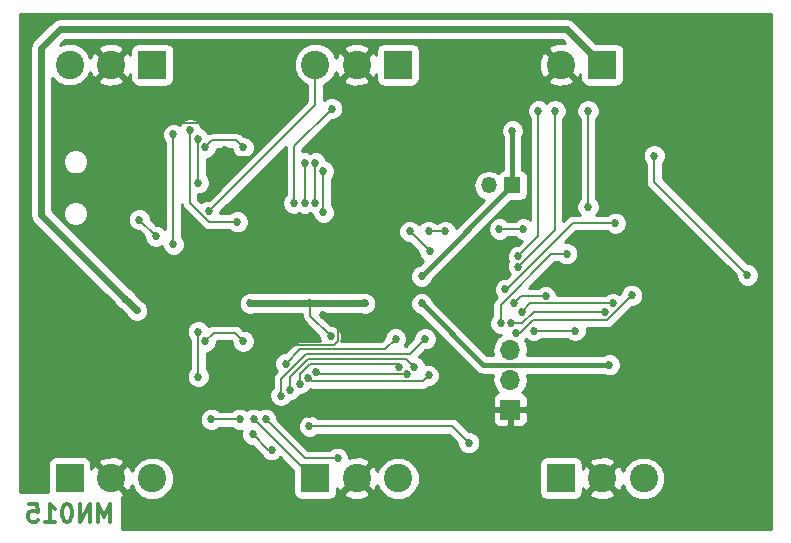
<source format=gbr>
G04 #@! TF.FileFunction,Copper,L2,Bot,Mixed*
%FSLAX46Y46*%
G04 Gerber Fmt 4.6, Leading zero omitted, Abs format (unit mm)*
G04 Created by KiCad (PCBNEW 4.0.6) date 2017 July 12, Wednesday 19:30:04*
%MOMM*%
%LPD*%
G01*
G04 APERTURE LIST*
%ADD10C,0.100000*%
%ADD11C,0.300000*%
%ADD12R,1.350000X1.350000*%
%ADD13O,1.350000X1.350000*%
%ADD14R,1.700000X1.700000*%
%ADD15O,1.700000X1.700000*%
%ADD16C,2.400000*%
%ADD17R,2.400000X2.400000*%
%ADD18C,0.685800*%
%ADD19C,0.152400*%
%ADD20C,0.406400*%
%ADD21C,0.600000*%
%ADD22C,0.812800*%
%ADD23C,0.254000*%
G04 APERTURE END LIST*
D10*
D11*
X211328571Y-150878571D02*
X211328571Y-149378571D01*
X210828571Y-150450000D01*
X210328571Y-149378571D01*
X210328571Y-150878571D01*
X209614285Y-150878571D02*
X209614285Y-149378571D01*
X208757142Y-150878571D01*
X208757142Y-149378571D01*
X207757142Y-149378571D02*
X207614285Y-149378571D01*
X207471428Y-149450000D01*
X207399999Y-149521429D01*
X207328570Y-149664286D01*
X207257142Y-149950000D01*
X207257142Y-150307143D01*
X207328570Y-150592857D01*
X207399999Y-150735714D01*
X207471428Y-150807143D01*
X207614285Y-150878571D01*
X207757142Y-150878571D01*
X207899999Y-150807143D01*
X207971428Y-150735714D01*
X208042856Y-150592857D01*
X208114285Y-150307143D01*
X208114285Y-149950000D01*
X208042856Y-149664286D01*
X207971428Y-149521429D01*
X207899999Y-149450000D01*
X207757142Y-149378571D01*
X205828571Y-150878571D02*
X206685714Y-150878571D01*
X206257142Y-150878571D02*
X206257142Y-149378571D01*
X206399999Y-149592857D01*
X206542857Y-149735714D01*
X206685714Y-149807143D01*
X204471428Y-149378571D02*
X205185714Y-149378571D01*
X205257143Y-150092857D01*
X205185714Y-150021429D01*
X205042857Y-149950000D01*
X204685714Y-149950000D01*
X204542857Y-150021429D01*
X204471428Y-150092857D01*
X204400000Y-150235714D01*
X204400000Y-150592857D01*
X204471428Y-150735714D01*
X204542857Y-150807143D01*
X204685714Y-150878571D01*
X205042857Y-150878571D01*
X205185714Y-150807143D01*
X205257143Y-150735714D01*
D12*
X245400000Y-122400000D03*
D13*
X243400000Y-122400000D03*
D14*
X245200000Y-141400000D03*
D15*
X245200000Y-138860000D03*
X245200000Y-136320000D03*
D16*
X249500000Y-112200000D03*
D17*
X253000000Y-112200000D03*
D16*
X232200000Y-112200000D03*
X228700000Y-112200000D03*
D17*
X235700000Y-112200000D03*
D16*
X211400000Y-112200000D03*
X207900000Y-112200000D03*
D17*
X214900000Y-112200000D03*
D16*
X232200000Y-147200000D03*
X235700000Y-147200000D03*
D17*
X228700000Y-147200000D03*
D16*
X211400000Y-147200000D03*
X214900000Y-147200000D03*
D17*
X207900000Y-147200000D03*
D16*
X253000000Y-147200000D03*
X256500000Y-147200000D03*
D17*
X249500000Y-147200000D03*
D18*
X222600000Y-135600000D03*
X219400000Y-135600000D03*
X216700000Y-127400000D03*
X216700000Y-118100000D03*
X230000000Y-135200000D03*
X228300000Y-132400000D03*
X253600000Y-137600000D03*
X237700000Y-132400000D03*
X237700000Y-130100000D03*
X245400000Y-117800000D03*
X223200000Y-132400000D03*
X232900000Y-132400000D03*
X219400000Y-119200000D03*
X222600000Y-119200000D03*
X224600000Y-133600000D03*
X229400000Y-133400000D03*
X215000000Y-120400000D03*
X221100000Y-119400000D03*
X221100000Y-135800000D03*
X224600000Y-136600000D03*
X221300000Y-129800000D03*
X235000000Y-126300000D03*
X241800000Y-132600000D03*
X220600000Y-113700000D03*
X241400000Y-113700000D03*
X242200000Y-117000000D03*
X238000000Y-115900000D03*
X224600000Y-127600000D03*
X220700000Y-146300000D03*
X220900000Y-144200000D03*
X228200000Y-141800000D03*
X235600000Y-115900000D03*
X215000000Y-124200000D03*
X208100000Y-118150000D03*
X217300000Y-133400000D03*
X254000000Y-129500000D03*
X254600000Y-116000000D03*
X261900000Y-110300000D03*
X261400000Y-114600000D03*
X261400000Y-122600000D03*
X214800000Y-136800000D03*
X215800000Y-141500000D03*
X260900000Y-141900000D03*
X261400000Y-149100000D03*
X220800000Y-150200000D03*
X240600000Y-146100000D03*
X241500000Y-142600000D03*
X210500000Y-135700000D03*
X210500000Y-137450000D03*
X210500000Y-139450000D03*
X210500000Y-141200000D03*
X208750000Y-141200000D03*
X208750000Y-139450000D03*
X208750000Y-137450000D03*
X208750000Y-135700000D03*
X206750000Y-135700000D03*
X206750000Y-137450000D03*
X206750000Y-139450000D03*
X206750000Y-141200000D03*
X205000000Y-141200000D03*
X205000000Y-139450000D03*
X205000000Y-137450000D03*
X205000000Y-135700000D03*
X213800000Y-125300000D03*
X215200000Y-126700000D03*
X222300000Y-142200000D03*
X219900000Y-142200000D03*
X223400000Y-143500000D03*
X225000000Y-144800000D03*
X223500000Y-142200000D03*
X228200000Y-142800000D03*
X241700000Y-144200000D03*
X224500000Y-142200000D03*
X230600000Y-145500000D03*
X218100000Y-117700000D03*
X222100000Y-125500000D03*
X219700000Y-124600000D03*
X230100000Y-115900000D03*
X226900000Y-123900000D03*
X225800000Y-140200000D03*
X238000000Y-135400000D03*
X238300000Y-138500000D03*
X228100000Y-138700000D03*
X248200000Y-131800000D03*
X245500000Y-132400000D03*
X250000000Y-128200000D03*
X244400000Y-134100000D03*
X246300000Y-126100000D03*
X244300000Y-126100000D03*
X251800000Y-124200000D03*
X251800000Y-116100000D03*
X227800000Y-120500000D03*
X227800000Y-123900000D03*
X229400000Y-124700000D03*
X229400000Y-121200000D03*
X228700000Y-120500000D03*
X228700000Y-123900000D03*
X247600000Y-116100000D03*
X245900000Y-128400000D03*
X249000000Y-116100000D03*
X245900000Y-129300000D03*
X226600000Y-139700000D03*
X237100000Y-137800000D03*
X245700000Y-134900000D03*
X255500000Y-131700000D03*
X236500000Y-138400000D03*
X228800000Y-138200000D03*
X245300000Y-134100000D03*
X253200000Y-133100000D03*
X239700000Y-126300000D03*
X238300000Y-126300000D03*
X226200000Y-137500000D03*
X235500000Y-135400000D03*
X227400000Y-139200000D03*
X235800000Y-137800000D03*
X253900000Y-132400000D03*
X246200000Y-133100000D03*
X238400000Y-128000000D03*
X236700000Y-126300000D03*
X265300000Y-130000000D03*
X257400000Y-119900000D03*
X218800000Y-122200000D03*
X218800000Y-118500000D03*
X212600000Y-132000000D03*
X213600000Y-133000000D03*
X218800000Y-138600000D03*
X218800000Y-134800000D03*
X254100000Y-125600000D03*
X244800000Y-131200000D03*
X247200000Y-134700000D03*
X250700000Y-134700000D03*
D19*
X219400000Y-135600000D02*
X220100000Y-134900000D01*
X221900000Y-134900000D02*
X222600000Y-135600000D01*
X220100000Y-134900000D02*
X221900000Y-134900000D01*
X216700000Y-118100000D02*
X216700000Y-127400000D01*
X228300000Y-133500000D02*
X228300000Y-132400000D01*
X230000000Y-135200000D02*
X228300000Y-133500000D01*
D20*
X237700000Y-132400000D02*
X242900000Y-137600000D01*
X242900000Y-137600000D02*
X253600000Y-137600000D01*
X237700000Y-130100000D02*
X245400000Y-122400000D01*
X245400000Y-122400000D02*
X245400000Y-117800000D01*
D21*
X223200000Y-132400000D02*
X228300000Y-132400000D01*
X228300000Y-132400000D02*
X232900000Y-132400000D01*
D19*
X222000000Y-118600000D02*
X222600000Y-119200000D01*
X220000000Y-118600000D02*
X222000000Y-118600000D01*
X220000000Y-118600000D02*
X219400000Y-119200000D01*
X230600000Y-134600000D02*
X230600000Y-135600000D01*
X230600000Y-135600000D02*
X230300000Y-135900000D01*
X230300000Y-135900000D02*
X226900000Y-135900000D01*
X226900000Y-135900000D02*
X224600000Y-133600000D01*
X229400000Y-133400000D02*
X230600000Y-134600000D01*
X221100000Y-119400000D02*
X221700000Y-120000000D01*
X215000000Y-118600000D02*
X215000000Y-120400000D01*
X216500000Y-117100000D02*
X215000000Y-118600000D01*
X222400000Y-117100000D02*
X216500000Y-117100000D01*
X223700000Y-118400000D02*
X222400000Y-117100000D01*
X223700000Y-119600000D02*
X223700000Y-118400000D01*
X223300000Y-120000000D02*
X223700000Y-119600000D01*
X221700000Y-120000000D02*
X223300000Y-120000000D01*
X221100000Y-135800000D02*
X221900000Y-136600000D01*
X221900000Y-136600000D02*
X224600000Y-136600000D01*
D22*
X208100000Y-118150000D02*
X208100000Y-118100000D01*
D19*
X215200000Y-126700000D02*
X213800000Y-125300000D01*
X222300000Y-142200000D02*
X219900000Y-142200000D01*
X224700000Y-144800000D02*
X225000000Y-144800000D01*
X223400000Y-143500000D02*
X224700000Y-144800000D01*
X228700000Y-147200000D02*
X228500000Y-147200000D01*
X228500000Y-147200000D02*
X223500000Y-142200000D01*
X228200000Y-142800000D02*
X240300000Y-142800000D01*
X240300000Y-142800000D02*
X241700000Y-144200000D01*
X224500000Y-142200000D02*
X227800000Y-145500000D01*
X227800000Y-145500000D02*
X230600000Y-145500000D01*
X218100000Y-123900000D02*
X218100000Y-117700000D01*
X219700000Y-125500000D02*
X218100000Y-123900000D01*
X222100000Y-125500000D02*
X219700000Y-125500000D01*
X228700000Y-115600000D02*
X228700000Y-112200000D01*
X219700000Y-124600000D02*
X228700000Y-115600000D01*
X230100000Y-115900000D02*
X230100000Y-115900000D01*
X226900000Y-119100000D02*
X230100000Y-115900000D01*
X226900000Y-123900000D02*
X226900000Y-119100000D01*
X225800000Y-138800000D02*
X225800000Y-140200000D01*
X227900000Y-136700000D02*
X225800000Y-138800000D01*
X236700000Y-136700000D02*
X227900000Y-136700000D01*
X238000000Y-135400000D02*
X236700000Y-136700000D01*
X238300000Y-138500000D02*
X237800000Y-139000000D01*
X228400000Y-139000000D02*
X228100000Y-138700000D01*
X237800000Y-139000000D02*
X228400000Y-139000000D01*
X246100000Y-131800000D02*
X248200000Y-131800000D01*
X245500000Y-132400000D02*
X246100000Y-131800000D01*
X250000000Y-128200000D02*
X248700000Y-128200000D01*
X244400000Y-132500000D02*
X244400000Y-134100000D01*
X248700000Y-128200000D02*
X244400000Y-132500000D01*
X246300000Y-126100000D02*
X244300000Y-126100000D01*
X251800000Y-116100000D02*
X251800000Y-124200000D01*
X227800000Y-123900000D02*
X227800000Y-120500000D01*
X229400000Y-121200000D02*
X229400000Y-124700000D01*
X228700000Y-123900000D02*
X228700000Y-120500000D01*
X247600000Y-126700000D02*
X247600000Y-116100000D01*
X245900000Y-128400000D02*
X247600000Y-126700000D01*
X249000000Y-126200000D02*
X249000000Y-116100000D01*
X245900000Y-129300000D02*
X249000000Y-126200000D01*
X226600000Y-138600000D02*
X226600000Y-139700000D01*
X228100000Y-137100000D02*
X226600000Y-138600000D01*
X236400000Y-137100000D02*
X228100000Y-137100000D01*
X236500000Y-137200000D02*
X236400000Y-137100000D01*
X237100000Y-137800000D02*
X236500000Y-137200000D01*
X247100000Y-133800000D02*
X253400000Y-133800000D01*
X245700000Y-134900000D02*
X246000000Y-134900000D01*
X246000000Y-134900000D02*
X247100000Y-133800000D01*
X253400000Y-133800000D02*
X255500000Y-131700000D01*
X236500000Y-138400000D02*
X229000000Y-138400000D01*
X229000000Y-138400000D02*
X228800000Y-138200000D01*
X245300000Y-134100000D02*
X246200000Y-134100000D01*
X246200000Y-134100000D02*
X247200000Y-133100000D01*
X247200000Y-133100000D02*
X253200000Y-133100000D01*
X238300000Y-126300000D02*
X239700000Y-126300000D01*
X227400000Y-136300000D02*
X226200000Y-137500000D01*
X234600000Y-136300000D02*
X227400000Y-136300000D01*
X235500000Y-135400000D02*
X234600000Y-136300000D01*
X228300000Y-137500000D02*
X227400000Y-138400000D01*
X235800000Y-137800000D02*
X235500000Y-137500000D01*
X235500000Y-137500000D02*
X228300000Y-137500000D01*
X227400000Y-138400000D02*
X227400000Y-139200000D01*
X246900000Y-132400000D02*
X253900000Y-132400000D01*
X246200000Y-133100000D02*
X246900000Y-132400000D01*
X236700000Y-126300000D02*
X238400000Y-128000000D01*
X265300000Y-130000000D02*
X257400000Y-122100000D01*
X257400000Y-119900000D02*
X257400000Y-122100000D01*
X218800000Y-118500000D02*
X218800000Y-122200000D01*
D21*
X253000000Y-112200000D02*
X250000000Y-109200000D01*
X250000000Y-109200000D02*
X207100000Y-109200000D01*
X207100000Y-109200000D02*
X205500000Y-110800000D01*
X205500000Y-110800000D02*
X205500000Y-124900000D01*
X205500000Y-124900000D02*
X212600000Y-132000000D01*
X212600000Y-132000000D02*
X213600000Y-133000000D01*
D19*
X218800000Y-134800000D02*
X218800000Y-138600000D01*
X250500000Y-125600000D02*
X254100000Y-125600000D01*
X244900000Y-131200000D02*
X250500000Y-125600000D01*
X244800000Y-131200000D02*
X244900000Y-131200000D01*
X247200000Y-134700000D02*
X250700000Y-134700000D01*
D23*
X203735000Y-107935000D02*
X267265000Y-107935000D01*
X203735000Y-108138200D02*
X267265000Y-108138200D01*
X203735000Y-108341400D02*
X206734369Y-108341400D01*
X250365632Y-108341400D02*
X267265000Y-108341400D01*
X203735000Y-108544600D02*
X206433110Y-108544600D01*
X250666890Y-108544600D02*
X267265000Y-108544600D01*
X203735000Y-108747800D02*
X206229910Y-108747800D01*
X250870090Y-108747800D02*
X267265000Y-108747800D01*
X203735000Y-108951000D02*
X206026710Y-108951000D01*
X251073290Y-108951000D02*
X267265000Y-108951000D01*
X203735000Y-109154200D02*
X205823510Y-109154200D01*
X251276490Y-109154200D02*
X267265000Y-109154200D01*
X203735000Y-109357400D02*
X205620310Y-109357400D01*
X251479690Y-109357400D02*
X267265000Y-109357400D01*
X203735000Y-109560600D02*
X205417110Y-109560600D01*
X251682890Y-109560600D02*
X267265000Y-109560600D01*
X203735000Y-109763800D02*
X205213910Y-109763800D01*
X251886090Y-109763800D02*
X267265000Y-109763800D01*
X203735000Y-109967000D02*
X205010710Y-109967000D01*
X252089290Y-109967000D02*
X267265000Y-109967000D01*
X203735000Y-110170200D02*
X204817912Y-110170200D01*
X207452090Y-110170200D02*
X249647910Y-110170200D01*
X252292490Y-110170200D02*
X267265000Y-110170200D01*
X203735000Y-110373400D02*
X204682138Y-110373400D01*
X207248890Y-110373400D02*
X207515498Y-110373400D01*
X208286067Y-110373400D02*
X211080708Y-110373400D01*
X211759789Y-110373400D02*
X213589246Y-110373400D01*
X216202912Y-110373400D02*
X228315498Y-110373400D01*
X229086067Y-110373400D02*
X231880708Y-110373400D01*
X232559789Y-110373400D02*
X234389246Y-110373400D01*
X237002912Y-110373400D02*
X249180708Y-110373400D01*
X254302912Y-110373400D02*
X267265000Y-110373400D01*
X203735000Y-110576600D02*
X204609438Y-110576600D01*
X208775426Y-110576600D02*
X210498783Y-110576600D01*
X212293097Y-110576600D02*
X213220757Y-110576600D01*
X216582134Y-110576600D02*
X227823716Y-110576600D01*
X229575426Y-110576600D02*
X231298783Y-110576600D01*
X233093097Y-110576600D02*
X234020757Y-110576600D01*
X237382134Y-110576600D02*
X248598783Y-110576600D01*
X254682134Y-110576600D02*
X267265000Y-110576600D01*
X203735000Y-110779800D02*
X204569019Y-110779800D01*
X209075097Y-110779800D02*
X210335101Y-110779800D01*
X212464900Y-110779800D02*
X213097152Y-110779800D01*
X216706007Y-110779800D02*
X227525332Y-110779800D01*
X229875097Y-110779800D02*
X231135101Y-110779800D01*
X233264900Y-110779800D02*
X233897152Y-110779800D01*
X237506007Y-110779800D02*
X248435101Y-110779800D01*
X254806007Y-110779800D02*
X267265000Y-110779800D01*
X203735000Y-110983000D02*
X204565000Y-110983000D01*
X209277944Y-110983000D02*
X210362605Y-110983000D01*
X212437395Y-110983000D02*
X213056003Y-110983000D01*
X216744242Y-110983000D02*
X227321777Y-110983000D01*
X230077944Y-110983000D02*
X231162605Y-110983000D01*
X233237395Y-110983000D02*
X233856003Y-110983000D01*
X237544242Y-110983000D02*
X248462605Y-110983000D01*
X254844242Y-110983000D02*
X267265000Y-110983000D01*
X203735000Y-111186200D02*
X204565000Y-111186200D01*
X209466580Y-111186200D02*
X209860444Y-111186200D01*
X210206595Y-111186200D02*
X210565805Y-111186200D01*
X212234195Y-111186200D02*
X212593405Y-111186200D01*
X212939557Y-111186200D02*
X213052560Y-111186200D01*
X216747440Y-111186200D02*
X227134059Y-111186200D01*
X230266580Y-111186200D02*
X230660444Y-111186200D01*
X231006595Y-111186200D02*
X231365805Y-111186200D01*
X233034195Y-111186200D02*
X233393405Y-111186200D01*
X233739557Y-111186200D02*
X233852560Y-111186200D01*
X237547440Y-111186200D02*
X247960444Y-111186200D01*
X248306595Y-111186200D02*
X248665805Y-111186200D01*
X254847440Y-111186200D02*
X267265000Y-111186200D01*
X203735000Y-111389400D02*
X204565000Y-111389400D01*
X209550541Y-111389400D02*
X209745168Y-111389400D01*
X210409795Y-111389400D02*
X210769005Y-111389400D01*
X212030995Y-111389400D02*
X212390205Y-111389400D01*
X216747440Y-111389400D02*
X227049683Y-111389400D01*
X230350541Y-111389400D02*
X230545168Y-111389400D01*
X231209795Y-111389400D02*
X231569005Y-111389400D01*
X232830995Y-111389400D02*
X233190205Y-111389400D01*
X237547440Y-111389400D02*
X247845168Y-111389400D01*
X248509795Y-111389400D02*
X248869005Y-111389400D01*
X254847440Y-111389400D02*
X267265000Y-111389400D01*
X203735000Y-111592600D02*
X204565000Y-111592600D01*
X209634501Y-111592600D02*
X209667745Y-111592600D01*
X210612995Y-111592600D02*
X210972205Y-111592600D01*
X211827795Y-111592600D02*
X212187005Y-111592600D01*
X216747440Y-111592600D02*
X226965306Y-111592600D01*
X230434501Y-111592600D02*
X230467745Y-111592600D01*
X231412995Y-111592600D02*
X231772205Y-111592600D01*
X232627795Y-111592600D02*
X232987005Y-111592600D01*
X237547440Y-111592600D02*
X247767745Y-111592600D01*
X248712995Y-111592600D02*
X249072205Y-111592600D01*
X254847440Y-111592600D02*
X267265000Y-111592600D01*
X203735000Y-111795800D02*
X204565000Y-111795800D01*
X210816195Y-111795800D02*
X211175405Y-111795800D01*
X211624595Y-111795800D02*
X211983805Y-111795800D01*
X216747440Y-111795800D02*
X226880930Y-111795800D01*
X231616195Y-111795800D02*
X231975405Y-111795800D01*
X232424595Y-111795800D02*
X232783805Y-111795800D01*
X237547440Y-111795800D02*
X247690322Y-111795800D01*
X248916195Y-111795800D02*
X249275405Y-111795800D01*
X254847440Y-111795800D02*
X267265000Y-111795800D01*
X203735000Y-111999000D02*
X204565000Y-111999000D01*
X211019395Y-111999000D02*
X211378605Y-111999000D01*
X211421395Y-111999000D02*
X211780605Y-111999000D01*
X216747440Y-111999000D02*
X226865175Y-111999000D01*
X231819395Y-111999000D02*
X232178605Y-111999000D01*
X232221395Y-111999000D02*
X232580605Y-111999000D01*
X237547440Y-111999000D02*
X247658483Y-111999000D01*
X249119395Y-111999000D02*
X249478605Y-111999000D01*
X254847440Y-111999000D02*
X267265000Y-111999000D01*
X203735000Y-112202200D02*
X204565000Y-112202200D01*
X211218195Y-112202200D02*
X211581805Y-112202200D01*
X216747440Y-112202200D02*
X226864998Y-112202200D01*
X232018195Y-112202200D02*
X232381805Y-112202200D01*
X237547440Y-112202200D02*
X247664308Y-112202200D01*
X249318195Y-112202200D02*
X249681805Y-112202200D01*
X254847440Y-112202200D02*
X267265000Y-112202200D01*
X203735000Y-112405400D02*
X204565000Y-112405400D01*
X211014995Y-112405400D02*
X211374205Y-112405400D01*
X211425795Y-112405400D02*
X211785005Y-112405400D01*
X216747440Y-112405400D02*
X226864820Y-112405400D01*
X231814995Y-112405400D02*
X232174205Y-112405400D01*
X232225795Y-112405400D02*
X232585005Y-112405400D01*
X237547440Y-112405400D02*
X247670134Y-112405400D01*
X249114995Y-112405400D02*
X249474205Y-112405400D01*
X249525795Y-112405400D02*
X249885005Y-112405400D01*
X254847440Y-112405400D02*
X267265000Y-112405400D01*
X203735000Y-112608600D02*
X204565000Y-112608600D01*
X210811795Y-112608600D02*
X211171005Y-112608600D01*
X211628995Y-112608600D02*
X211988205Y-112608600D01*
X216747440Y-112608600D02*
X226883356Y-112608600D01*
X231611795Y-112608600D02*
X231971005Y-112608600D01*
X232428995Y-112608600D02*
X232788205Y-112608600D01*
X237547440Y-112608600D02*
X247675960Y-112608600D01*
X248911795Y-112608600D02*
X249271005Y-112608600D01*
X249728995Y-112608600D02*
X250088205Y-112608600D01*
X254847440Y-112608600D02*
X267265000Y-112608600D01*
X203735000Y-112811800D02*
X204565000Y-112811800D01*
X209632867Y-112811800D02*
X209656719Y-112811800D01*
X210608595Y-112811800D02*
X210967805Y-112811800D01*
X211832195Y-112811800D02*
X212191405Y-112811800D01*
X216747440Y-112811800D02*
X226967317Y-112811800D01*
X230432867Y-112811800D02*
X230456719Y-112811800D01*
X231408595Y-112811800D02*
X231767805Y-112811800D01*
X232632195Y-112811800D02*
X232991405Y-112811800D01*
X237547440Y-112811800D02*
X247756719Y-112811800D01*
X248708595Y-112811800D02*
X249067805Y-112811800D01*
X249932195Y-112811800D02*
X250291405Y-112811800D01*
X254847440Y-112811800D02*
X267265000Y-112811800D01*
X203735000Y-113015000D02*
X204565000Y-113015000D01*
X209548490Y-113015000D02*
X209740887Y-113015000D01*
X210405395Y-113015000D02*
X210764605Y-113015000D01*
X212035395Y-113015000D02*
X212394605Y-113015000D01*
X216747440Y-113015000D02*
X227051277Y-113015000D01*
X230348490Y-113015000D02*
X230540887Y-113015000D01*
X231205395Y-113015000D02*
X231564605Y-113015000D01*
X232835395Y-113015000D02*
X233194605Y-113015000D01*
X237547440Y-113015000D02*
X247840887Y-113015000D01*
X248505395Y-113015000D02*
X248864605Y-113015000D01*
X250135395Y-113015000D02*
X250494605Y-113015000D01*
X254847440Y-113015000D02*
X267265000Y-113015000D01*
X203735000Y-113218200D02*
X204565000Y-113218200D01*
X209464114Y-113218200D02*
X209870721Y-113218200D01*
X210202195Y-113218200D02*
X210561405Y-113218200D01*
X212238595Y-113218200D02*
X212597805Y-113218200D01*
X212929278Y-113218200D02*
X213052560Y-113218200D01*
X216747440Y-113218200D02*
X227135238Y-113218200D01*
X230264114Y-113218200D02*
X230670721Y-113218200D01*
X231002195Y-113218200D02*
X231361405Y-113218200D01*
X233038595Y-113218200D02*
X233397805Y-113218200D01*
X233729278Y-113218200D02*
X233852560Y-113218200D01*
X237547440Y-113218200D02*
X247970721Y-113218200D01*
X248302195Y-113218200D02*
X248661405Y-113218200D01*
X250338595Y-113218200D02*
X250697805Y-113218200D01*
X251029278Y-113218200D02*
X251152560Y-113218200D01*
X254847440Y-113218200D02*
X267265000Y-113218200D01*
X203735000Y-113421400D02*
X204565000Y-113421400D01*
X206435000Y-113421400D02*
X206526449Y-113421400D01*
X209273815Y-113421400D02*
X210358205Y-113421400D01*
X212441795Y-113421400D02*
X213056586Y-113421400D01*
X216743106Y-113421400D02*
X227326449Y-113421400D01*
X230073815Y-113421400D02*
X231158205Y-113421400D01*
X233241795Y-113421400D02*
X233856586Y-113421400D01*
X237543106Y-113421400D02*
X248458205Y-113421400D01*
X250541795Y-113421400D02*
X251156586Y-113421400D01*
X254843106Y-113421400D02*
X267265000Y-113421400D01*
X203735000Y-113624600D02*
X204565000Y-113624600D01*
X206435000Y-113624600D02*
X206729295Y-113624600D01*
X209070260Y-113624600D02*
X210336984Y-113624600D01*
X212463015Y-113624600D02*
X213094821Y-113624600D01*
X216701957Y-113624600D02*
X227529295Y-113624600D01*
X229870260Y-113624600D02*
X231136984Y-113624600D01*
X233263015Y-113624600D02*
X233894821Y-113624600D01*
X237501957Y-113624600D02*
X248436984Y-113624600D01*
X250563015Y-113624600D02*
X251194821Y-113624600D01*
X254801957Y-113624600D02*
X267265000Y-113624600D01*
X203735000Y-113827800D02*
X204565000Y-113827800D01*
X206435000Y-113827800D02*
X207035170Y-113827800D01*
X208765635Y-113827800D02*
X210518451Y-113827800D01*
X212290594Y-113827800D02*
X213220697Y-113827800D01*
X216576236Y-113827800D02*
X227835171Y-113827800D01*
X229565635Y-113827800D02*
X231318451Y-113827800D01*
X233090594Y-113827800D02*
X234020697Y-113827800D01*
X237376236Y-113827800D02*
X248618451Y-113827800D01*
X250390594Y-113827800D02*
X251320697Y-113827800D01*
X254676236Y-113827800D02*
X267265000Y-113827800D01*
X203735000Y-114031000D02*
X204565000Y-114031000D01*
X206435000Y-114031000D02*
X207524530Y-114031000D01*
X208273853Y-114031000D02*
X211051759Y-114031000D01*
X211565824Y-114031000D02*
X213618816Y-114031000D01*
X216187370Y-114031000D02*
X227988800Y-114031000D01*
X229411200Y-114031000D02*
X231851759Y-114031000D01*
X232365824Y-114031000D02*
X234418816Y-114031000D01*
X236987370Y-114031000D02*
X249151759Y-114031000D01*
X249665824Y-114031000D02*
X251718816Y-114031000D01*
X254287370Y-114031000D02*
X267265000Y-114031000D01*
X203735000Y-114234200D02*
X204565000Y-114234200D01*
X206435000Y-114234200D02*
X227988800Y-114234200D01*
X229411200Y-114234200D02*
X267265000Y-114234200D01*
X203735000Y-114437400D02*
X204565000Y-114437400D01*
X206435000Y-114437400D02*
X227988800Y-114437400D01*
X229411200Y-114437400D02*
X267265000Y-114437400D01*
X203735000Y-114640600D02*
X204565000Y-114640600D01*
X206435000Y-114640600D02*
X227988800Y-114640600D01*
X229411200Y-114640600D02*
X267265000Y-114640600D01*
X203735000Y-114843800D02*
X204565000Y-114843800D01*
X206435000Y-114843800D02*
X227988800Y-114843800D01*
X229411200Y-114843800D02*
X267265000Y-114843800D01*
X203735000Y-115047000D02*
X204565000Y-115047000D01*
X206435000Y-115047000D02*
X227988800Y-115047000D01*
X229411200Y-115047000D02*
X229603646Y-115047000D01*
X230595753Y-115047000D02*
X267265000Y-115047000D01*
X203735000Y-115250200D02*
X204565000Y-115250200D01*
X206435000Y-115250200D02*
X227988800Y-115250200D01*
X230833088Y-115250200D02*
X247095902Y-115250200D01*
X248103460Y-115250200D02*
X248495902Y-115250200D01*
X249503460Y-115250200D02*
X251295902Y-115250200D01*
X252303460Y-115250200D02*
X267265000Y-115250200D01*
X203735000Y-115453400D02*
X204565000Y-115453400D01*
X206435000Y-115453400D02*
X227840812Y-115453400D01*
X230973558Y-115453400D02*
X246863562Y-115453400D01*
X249736282Y-115453400D02*
X251063562Y-115453400D01*
X252536282Y-115453400D02*
X267265000Y-115453400D01*
X203735000Y-115656600D02*
X204565000Y-115656600D01*
X206435000Y-115656600D02*
X227637612Y-115656600D01*
X231057519Y-115656600D02*
X246725262Y-115656600D01*
X249874881Y-115656600D02*
X250925262Y-115656600D01*
X252674881Y-115656600D02*
X267265000Y-115656600D01*
X203735000Y-115859800D02*
X204565000Y-115859800D01*
X206435000Y-115859800D02*
X227434412Y-115859800D01*
X231077935Y-115859800D02*
X246640886Y-115859800D01*
X249958841Y-115859800D02*
X250840886Y-115859800D01*
X252758841Y-115859800D02*
X267265000Y-115859800D01*
X203735000Y-116063000D02*
X204565000Y-116063000D01*
X206435000Y-116063000D02*
X227231212Y-116063000D01*
X231077758Y-116063000D02*
X246622132Y-116063000D01*
X249977932Y-116063000D02*
X250822132Y-116063000D01*
X252777932Y-116063000D02*
X267265000Y-116063000D01*
X203735000Y-116266200D02*
X204565000Y-116266200D01*
X206435000Y-116266200D02*
X227028012Y-116266200D01*
X231006795Y-116266200D02*
X246621955Y-116266200D01*
X249977755Y-116266200D02*
X250821955Y-116266200D01*
X252777755Y-116266200D02*
X267265000Y-116266200D01*
X203735000Y-116469400D02*
X204565000Y-116469400D01*
X206435000Y-116469400D02*
X226824812Y-116469400D01*
X230913773Y-116469400D02*
X246694543Y-116469400D01*
X249905466Y-116469400D02*
X250894543Y-116469400D01*
X252705466Y-116469400D02*
X267265000Y-116469400D01*
X203735000Y-116672600D02*
X204565000Y-116672600D01*
X206435000Y-116672600D02*
X226621612Y-116672600D01*
X230710218Y-116672600D02*
X246789847Y-116672600D01*
X249810567Y-116672600D02*
X250989847Y-116672600D01*
X252610567Y-116672600D02*
X267265000Y-116672600D01*
X203735000Y-116875800D02*
X204565000Y-116875800D01*
X206435000Y-116875800D02*
X217541472Y-116875800D01*
X218658992Y-116875800D02*
X226418412Y-116875800D01*
X230299154Y-116875800D02*
X245075964Y-116875800D01*
X245724285Y-116875800D02*
X246888800Y-116875800D01*
X249711200Y-116875800D02*
X251088800Y-116875800D01*
X252511200Y-116875800D02*
X267265000Y-116875800D01*
X203735000Y-117079000D02*
X204565000Y-117079000D01*
X206435000Y-117079000D02*
X217337917Y-117079000D01*
X218861838Y-117079000D02*
X226215212Y-117079000D01*
X229926788Y-117079000D02*
X244738092Y-117079000D01*
X246062012Y-117079000D02*
X246888800Y-117079000D01*
X249711200Y-117079000D02*
X251088800Y-117079000D01*
X252511200Y-117079000D02*
X267265000Y-117079000D01*
X203735000Y-117282200D02*
X204565000Y-117282200D01*
X206435000Y-117282200D02*
X216135061Y-117282200D01*
X218985458Y-117282200D02*
X226012012Y-117282200D01*
X229723588Y-117282200D02*
X244556155Y-117282200D01*
X246244139Y-117282200D02*
X246888800Y-117282200D01*
X249711200Y-117282200D02*
X251088800Y-117282200D01*
X252511200Y-117282200D02*
X267265000Y-117282200D01*
X203735000Y-117485400D02*
X204565000Y-117485400D01*
X206435000Y-117485400D02*
X215931506Y-117485400D01*
X219069419Y-117485400D02*
X225808812Y-117485400D01*
X229520388Y-117485400D02*
X244471779Y-117485400D01*
X246328100Y-117485400D02*
X246888800Y-117485400D01*
X249711200Y-117485400D02*
X251088800Y-117485400D01*
X252511200Y-117485400D02*
X267265000Y-117485400D01*
X203735000Y-117688600D02*
X204565000Y-117688600D01*
X206435000Y-117688600D02*
X215811974Y-117688600D01*
X219371770Y-117688600D02*
X225605612Y-117688600D01*
X229317188Y-117688600D02*
X244422197Y-117688600D01*
X246377997Y-117688600D02*
X246888800Y-117688600D01*
X249711200Y-117688600D02*
X251088800Y-117688600D01*
X252511200Y-117688600D02*
X267265000Y-117688600D01*
X203735000Y-117891800D02*
X204565000Y-117891800D01*
X206435000Y-117891800D02*
X215727598Y-117891800D01*
X219574615Y-117891800D02*
X219984918Y-117891800D01*
X222015083Y-117891800D02*
X225402412Y-117891800D01*
X229113988Y-117891800D02*
X244422020Y-117891800D01*
X246377820Y-117891800D02*
X246888800Y-117891800D01*
X249711200Y-117891800D02*
X251088800Y-117891800D01*
X252511200Y-117891800D02*
X267265000Y-117891800D01*
X203735000Y-118095000D02*
X204565000Y-118095000D01*
X206435000Y-118095000D02*
X215722105Y-118095000D01*
X222499743Y-118095000D02*
X225199212Y-118095000D01*
X228910788Y-118095000D02*
X244463802Y-118095000D01*
X246336359Y-118095000D02*
X246888800Y-118095000D01*
X249711200Y-118095000D02*
X251088800Y-118095000D01*
X252511200Y-118095000D02*
X267265000Y-118095000D01*
X203735000Y-118298200D02*
X204565000Y-118298200D01*
X206435000Y-118298200D02*
X215723805Y-118298200D01*
X222978230Y-118298200D02*
X224996012Y-118298200D01*
X228707588Y-118298200D02*
X244547762Y-118298200D01*
X246251983Y-118298200D02*
X246888800Y-118298200D01*
X249711200Y-118298200D02*
X251088800Y-118298200D01*
X252511200Y-118298200D02*
X267265000Y-118298200D01*
X203735000Y-118501400D02*
X204565000Y-118501400D01*
X206435000Y-118501400D02*
X215807765Y-118501400D01*
X223284373Y-118501400D02*
X224792812Y-118501400D01*
X228504388Y-118501400D02*
X244561800Y-118501400D01*
X246238200Y-118501400D02*
X246888800Y-118501400D01*
X249711200Y-118501400D02*
X251088800Y-118501400D01*
X252511200Y-118501400D02*
X267265000Y-118501400D01*
X203735000Y-118704600D02*
X204565000Y-118704600D01*
X206435000Y-118704600D02*
X215921791Y-118704600D01*
X223453395Y-118704600D02*
X224589612Y-118704600D01*
X228301188Y-118704600D02*
X244561800Y-118704600D01*
X246238200Y-118704600D02*
X246888800Y-118704600D01*
X249711200Y-118704600D02*
X251088800Y-118704600D01*
X252511200Y-118704600D02*
X267265000Y-118704600D01*
X203735000Y-118907800D02*
X204565000Y-118907800D01*
X206435000Y-118907800D02*
X215988800Y-118907800D01*
X223537355Y-118907800D02*
X224386412Y-118907800D01*
X228097988Y-118907800D02*
X244561800Y-118907800D01*
X246238200Y-118907800D02*
X246888800Y-118907800D01*
X249711200Y-118907800D02*
X251088800Y-118907800D01*
X252511200Y-118907800D02*
X267265000Y-118907800D01*
X203735000Y-119111000D02*
X204565000Y-119111000D01*
X206435000Y-119111000D02*
X215988800Y-119111000D01*
X223577977Y-119111000D02*
X224183212Y-119111000D01*
X227894788Y-119111000D02*
X244561800Y-119111000D01*
X246238200Y-119111000D02*
X246888800Y-119111000D01*
X249711200Y-119111000D02*
X251088800Y-119111000D01*
X252511200Y-119111000D02*
X256806211Y-119111000D01*
X257994131Y-119111000D02*
X267265000Y-119111000D01*
X203735000Y-119314200D02*
X204565000Y-119314200D01*
X206435000Y-119314200D02*
X215988800Y-119314200D01*
X220377800Y-119314200D02*
X221622001Y-119314200D01*
X223577800Y-119314200D02*
X223980012Y-119314200D01*
X225991588Y-119314200D02*
X226188800Y-119314200D01*
X227691588Y-119314200D02*
X244561800Y-119314200D01*
X246238200Y-119314200D02*
X246888800Y-119314200D01*
X249711200Y-119314200D02*
X251088800Y-119314200D01*
X252511200Y-119314200D02*
X256602656Y-119314200D01*
X258196976Y-119314200D02*
X267265000Y-119314200D01*
X203735000Y-119517400D02*
X204565000Y-119517400D01*
X206435000Y-119517400D02*
X207748381Y-119517400D01*
X209052023Y-119517400D02*
X215988800Y-119517400D01*
X220327058Y-119517400D02*
X221673057Y-119517400D01*
X223527058Y-119517400D02*
X223776812Y-119517400D01*
X225788388Y-119517400D02*
X226188800Y-119517400D01*
X227611200Y-119517400D02*
X244561800Y-119517400D01*
X246238200Y-119517400D02*
X246888800Y-119517400D01*
X249711200Y-119517400D02*
X251088800Y-119517400D01*
X252511200Y-119517400D02*
X256500015Y-119517400D01*
X258300003Y-119517400D02*
X267265000Y-119517400D01*
X203735000Y-119720600D02*
X204565000Y-119720600D01*
X206435000Y-119720600D02*
X207544825Y-119720600D01*
X209254869Y-119720600D02*
X215988800Y-119720600D01*
X220242682Y-119720600D02*
X221757018Y-119720600D01*
X223442682Y-119720600D02*
X223573612Y-119720600D01*
X225585188Y-119720600D02*
X226188800Y-119720600D01*
X229303714Y-119720600D02*
X244561800Y-119720600D01*
X246238200Y-119720600D02*
X246888800Y-119720600D01*
X249711200Y-119720600D02*
X251088800Y-119720600D01*
X252511200Y-119720600D02*
X256422257Y-119720600D01*
X258378056Y-119720600D02*
X267265000Y-119720600D01*
X203735000Y-119923800D02*
X204565000Y-119923800D01*
X206435000Y-119923800D02*
X207422916Y-119923800D01*
X209377210Y-119923800D02*
X215988800Y-119923800D01*
X220059103Y-119923800D02*
X221940783Y-119923800D01*
X223259103Y-119923800D02*
X223370412Y-119923800D01*
X225381988Y-119923800D02*
X226188800Y-119923800D01*
X229506560Y-119923800D02*
X244561800Y-119923800D01*
X246238200Y-119923800D02*
X246888800Y-119923800D01*
X249711200Y-119923800D02*
X251088800Y-119923800D01*
X252511200Y-119923800D02*
X256422080Y-119923800D01*
X258377879Y-119923800D02*
X267265000Y-119923800D01*
X203735000Y-120127000D02*
X204565000Y-120127000D01*
X206435000Y-120127000D02*
X207338539Y-120127000D01*
X209461171Y-120127000D02*
X215988800Y-120127000D01*
X219717259Y-120127000D02*
X222282458Y-120127000D01*
X222917259Y-120127000D02*
X223167212Y-120127000D01*
X225178788Y-120127000D02*
X226188800Y-120127000D01*
X229603969Y-120127000D02*
X244561800Y-120127000D01*
X246238200Y-120127000D02*
X246888800Y-120127000D01*
X249711200Y-120127000D02*
X251088800Y-120127000D01*
X252511200Y-120127000D02*
X256435705Y-120127000D01*
X258364596Y-120127000D02*
X267265000Y-120127000D01*
X203735000Y-120330200D02*
X204565000Y-120330200D01*
X206435000Y-120330200D02*
X207315061Y-120330200D01*
X209485061Y-120330200D02*
X215988800Y-120330200D01*
X219511200Y-120330200D02*
X222964012Y-120330200D01*
X224975588Y-120330200D02*
X226188800Y-120330200D01*
X229855294Y-120330200D02*
X244561800Y-120330200D01*
X246238200Y-120330200D02*
X246888800Y-120330200D01*
X249711200Y-120330200D02*
X251088800Y-120330200D01*
X252511200Y-120330200D02*
X256519665Y-120330200D01*
X258280219Y-120330200D02*
X267265000Y-120330200D01*
X203735000Y-120533400D02*
X204565000Y-120533400D01*
X206435000Y-120533400D02*
X207314884Y-120533400D01*
X209484883Y-120533400D02*
X215988800Y-120533400D01*
X219511200Y-120533400D02*
X222760812Y-120533400D01*
X224772388Y-120533400D02*
X226188800Y-120533400D01*
X230116317Y-120533400D02*
X244561800Y-120533400D01*
X246238200Y-120533400D02*
X246888800Y-120533400D01*
X249711200Y-120533400D02*
X251088800Y-120533400D01*
X252511200Y-120533400D02*
X256650540Y-120533400D01*
X258149661Y-120533400D02*
X267265000Y-120533400D01*
X203735000Y-120736600D02*
X204565000Y-120736600D01*
X206435000Y-120736600D02*
X207365108Y-120736600D01*
X209435051Y-120736600D02*
X215988800Y-120736600D01*
X219511200Y-120736600D02*
X222557612Y-120736600D01*
X224569188Y-120736600D02*
X226188800Y-120736600D01*
X230266617Y-120736600D02*
X244561800Y-120736600D01*
X246238200Y-120736600D02*
X246888800Y-120736600D01*
X249711200Y-120736600D02*
X251088800Y-120736600D01*
X252511200Y-120736600D02*
X256688800Y-120736600D01*
X258111200Y-120736600D02*
X267265000Y-120736600D01*
X203735000Y-120939800D02*
X204565000Y-120939800D01*
X206435000Y-120939800D02*
X207449069Y-120939800D01*
X209350675Y-120939800D02*
X215988800Y-120939800D01*
X219511200Y-120939800D02*
X222354412Y-120939800D01*
X224365988Y-120939800D02*
X226188800Y-120939800D01*
X230350577Y-120939800D02*
X244561800Y-120939800D01*
X246238200Y-120939800D02*
X246888800Y-120939800D01*
X249711200Y-120939800D02*
X251088800Y-120939800D01*
X252511200Y-120939800D02*
X256688800Y-120939800D01*
X258111200Y-120939800D02*
X267265000Y-120939800D01*
X203735000Y-121143000D02*
X204565000Y-121143000D01*
X206435000Y-121143000D02*
X207608620Y-121143000D01*
X209191463Y-121143000D02*
X215988800Y-121143000D01*
X219511200Y-121143000D02*
X222151212Y-121143000D01*
X224162788Y-121143000D02*
X226188800Y-121143000D01*
X230377949Y-121143000D02*
X243004531Y-121143000D01*
X243795470Y-121143000D02*
X244456797Y-121143000D01*
X246348011Y-121143000D02*
X246888800Y-121143000D01*
X249711200Y-121143000D02*
X251088800Y-121143000D01*
X252511200Y-121143000D02*
X256688800Y-121143000D01*
X258111200Y-121143000D02*
X267265000Y-121143000D01*
X203735000Y-121346200D02*
X204565000Y-121346200D01*
X206435000Y-121346200D02*
X207849420Y-121346200D01*
X208951248Y-121346200D02*
X215988800Y-121346200D01*
X219511200Y-121346200D02*
X221948012Y-121346200D01*
X223959588Y-121346200D02*
X226188800Y-121346200D01*
X230377772Y-121346200D02*
X242626084Y-121346200D01*
X244173916Y-121346200D02*
X244215284Y-121346200D01*
X246585834Y-121346200D02*
X246888800Y-121346200D01*
X249711200Y-121346200D02*
X251088800Y-121346200D01*
X252511200Y-121346200D02*
X256688800Y-121346200D01*
X258111200Y-121346200D02*
X267265000Y-121346200D01*
X203735000Y-121549400D02*
X204565000Y-121549400D01*
X206435000Y-121549400D02*
X215988800Y-121549400D01*
X219532290Y-121549400D02*
X221744812Y-121549400D01*
X223756388Y-121549400D02*
X226188800Y-121549400D01*
X230313771Y-121549400D02*
X242405955Y-121549400D01*
X246689399Y-121549400D02*
X246888800Y-121549400D01*
X249711200Y-121549400D02*
X251088800Y-121549400D01*
X252511200Y-121549400D02*
X256688800Y-121549400D01*
X258111200Y-121549400D02*
X267265000Y-121549400D01*
X203735000Y-121752600D02*
X204565000Y-121752600D01*
X206435000Y-121752600D02*
X215988800Y-121752600D01*
X219673228Y-121752600D02*
X221541612Y-121752600D01*
X223553188Y-121752600D02*
X226188800Y-121752600D01*
X230229394Y-121752600D02*
X242270181Y-121752600D01*
X246722440Y-121752600D02*
X246888800Y-121752600D01*
X249711200Y-121752600D02*
X251088800Y-121752600D01*
X252511200Y-121752600D02*
X256688800Y-121752600D01*
X258111200Y-121752600D02*
X267265000Y-121752600D01*
X203735000Y-121955800D02*
X204565000Y-121955800D01*
X206435000Y-121955800D02*
X215988800Y-121955800D01*
X219757188Y-121955800D02*
X221338412Y-121955800D01*
X223349988Y-121955800D02*
X226188800Y-121955800D01*
X230111200Y-121955800D02*
X242173253Y-121955800D01*
X246722440Y-121955800D02*
X246888800Y-121955800D01*
X249711200Y-121955800D02*
X251088800Y-121955800D01*
X252511200Y-121955800D02*
X256688800Y-121955800D01*
X258261588Y-121955800D02*
X267265000Y-121955800D01*
X203735000Y-122159000D02*
X204565000Y-122159000D01*
X206435000Y-122159000D02*
X215988800Y-122159000D01*
X219777935Y-122159000D02*
X221135212Y-122159000D01*
X223146788Y-122159000D02*
X226188800Y-122159000D01*
X230111200Y-122159000D02*
X242132834Y-122159000D01*
X246722440Y-122159000D02*
X246888800Y-122159000D01*
X249711200Y-122159000D02*
X251088800Y-122159000D01*
X252511200Y-122159000D02*
X256700535Y-122159000D01*
X258464788Y-122159000D02*
X267265000Y-122159000D01*
X203735000Y-122362200D02*
X204565000Y-122362200D01*
X206435000Y-122362200D02*
X215988800Y-122362200D01*
X219777758Y-122362200D02*
X220932012Y-122362200D01*
X222943588Y-122362200D02*
X226188800Y-122362200D01*
X230111200Y-122362200D02*
X242092415Y-122362200D01*
X246722440Y-122362200D02*
X246888800Y-122362200D01*
X249711200Y-122362200D02*
X251088800Y-122362200D01*
X252511200Y-122362200D02*
X256740954Y-122362200D01*
X258667988Y-122362200D02*
X267265000Y-122362200D01*
X203735000Y-122565400D02*
X204565000Y-122565400D01*
X206435000Y-122565400D02*
X215988800Y-122565400D01*
X219707127Y-122565400D02*
X220728812Y-122565400D01*
X222740388Y-122565400D02*
X226188800Y-122565400D01*
X230111200Y-122565400D02*
X242117795Y-122565400D01*
X246722440Y-122565400D02*
X246888800Y-122565400D01*
X249711200Y-122565400D02*
X251088800Y-122565400D01*
X252511200Y-122565400D02*
X256872053Y-122565400D01*
X258871188Y-122565400D02*
X267265000Y-122565400D01*
X203735000Y-122768600D02*
X204565000Y-122768600D01*
X206435000Y-122768600D02*
X215988800Y-122768600D01*
X219614574Y-122768600D02*
X220525612Y-122768600D01*
X222537188Y-122768600D02*
X226188800Y-122768600D01*
X230111200Y-122768600D02*
X242158214Y-122768600D01*
X246722440Y-122768600D02*
X246888800Y-122768600D01*
X249711200Y-122768600D02*
X251088800Y-122768600D01*
X252511200Y-122768600D02*
X257062812Y-122768600D01*
X259074388Y-122768600D02*
X267265000Y-122768600D01*
X203735000Y-122971800D02*
X204565000Y-122971800D01*
X206435000Y-122971800D02*
X215988800Y-122971800D01*
X219411019Y-122971800D02*
X220322412Y-122971800D01*
X222333988Y-122971800D02*
X226188800Y-122971800D01*
X230111200Y-122971800D02*
X242219666Y-122971800D01*
X246722440Y-122971800D02*
X246888800Y-122971800D01*
X249711200Y-122971800D02*
X251088800Y-122971800D01*
X252511200Y-122971800D02*
X257266012Y-122971800D01*
X259277588Y-122971800D02*
X267265000Y-122971800D01*
X203735000Y-123175000D02*
X204565000Y-123175000D01*
X206435000Y-123175000D02*
X215988800Y-123175000D01*
X219001090Y-123175000D02*
X220119212Y-123175000D01*
X222130788Y-123175000D02*
X226188800Y-123175000D01*
X230111200Y-123175000D02*
X242355439Y-123175000D01*
X246702189Y-123175000D02*
X246888800Y-123175000D01*
X249711200Y-123175000D02*
X251088800Y-123175000D01*
X252511200Y-123175000D02*
X257469212Y-123175000D01*
X259480788Y-123175000D02*
X267265000Y-123175000D01*
X203735000Y-123378200D02*
X204565000Y-123378200D01*
X206435000Y-123378200D02*
X215988800Y-123378200D01*
X218811200Y-123378200D02*
X219916012Y-123378200D01*
X221927588Y-123378200D02*
X226057816Y-123378200D01*
X230111200Y-123378200D02*
X242512940Y-123378200D01*
X246636372Y-123378200D02*
X246888800Y-123378200D01*
X249711200Y-123378200D02*
X251088800Y-123378200D01*
X252511200Y-123378200D02*
X257672412Y-123378200D01*
X259683988Y-123378200D02*
X267265000Y-123378200D01*
X203735000Y-123581400D02*
X204565000Y-123581400D01*
X206435000Y-123581400D02*
X215988800Y-123581400D01*
X218811200Y-123581400D02*
X219712812Y-123581400D01*
X221724388Y-123581400D02*
X225973440Y-123581400D01*
X230111200Y-123581400D02*
X242817050Y-123581400D01*
X246460689Y-123581400D02*
X246888800Y-123581400D01*
X249711200Y-123581400D02*
X251035513Y-123581400D01*
X252564234Y-123581400D02*
X257875612Y-123581400D01*
X259887188Y-123581400D02*
X267265000Y-123581400D01*
X203735000Y-123784600D02*
X204565000Y-123784600D01*
X206435000Y-123784600D02*
X208016228Y-123784600D01*
X208783928Y-123784600D02*
X215988800Y-123784600D01*
X218990388Y-123784600D02*
X219132657Y-123784600D01*
X221521188Y-123784600D02*
X225922201Y-123784600D01*
X230111200Y-123784600D02*
X242830006Y-123784600D01*
X245200794Y-123784600D02*
X246888800Y-123784600D01*
X249711200Y-123784600D02*
X250913635Y-123784600D01*
X252686450Y-123784600D02*
X258078812Y-123784600D01*
X260090388Y-123784600D02*
X267265000Y-123784600D01*
X203735000Y-123987800D02*
X204565000Y-123987800D01*
X206435000Y-123987800D02*
X207677857Y-123987800D01*
X209122301Y-123987800D02*
X215988800Y-123987800D01*
X221317988Y-123987800D02*
X225922024Y-123987800D01*
X230111200Y-123987800D02*
X242626806Y-123987800D01*
X244997594Y-123987800D02*
X246888800Y-123987800D01*
X249711200Y-123987800D02*
X250829259Y-123987800D01*
X252770410Y-123987800D02*
X258282012Y-123987800D01*
X260293588Y-123987800D02*
X267265000Y-123987800D01*
X203735000Y-124191000D02*
X204565000Y-124191000D01*
X206435000Y-124191000D02*
X207478059Y-124191000D01*
X209322338Y-124191000D02*
X215988800Y-124191000D01*
X217411200Y-124191000D02*
X217455522Y-124191000D01*
X221114788Y-124191000D02*
X225962149Y-124191000D01*
X230247775Y-124191000D02*
X242423606Y-124191000D01*
X244794394Y-124191000D02*
X246888800Y-124191000D01*
X249711200Y-124191000D02*
X250822108Y-124191000D01*
X252777908Y-124191000D02*
X258485212Y-124191000D01*
X260496788Y-124191000D02*
X267265000Y-124191000D01*
X203735000Y-124394200D02*
X204565000Y-124394200D01*
X206435000Y-124394200D02*
X207393683Y-124394200D01*
X209406299Y-124394200D02*
X213431432Y-124394200D01*
X214168597Y-124394200D02*
X215988800Y-124394200D01*
X217411200Y-124394200D02*
X217591296Y-124394200D01*
X220911588Y-124394200D02*
X226046109Y-124394200D01*
X230331736Y-124394200D02*
X242220406Y-124394200D01*
X244591194Y-124394200D02*
X246888800Y-124394200D01*
X249711200Y-124394200D02*
X250822152Y-124394200D01*
X252777731Y-124394200D02*
X258688412Y-124394200D01*
X260699988Y-124394200D02*
X267265000Y-124394200D01*
X203735000Y-124597400D02*
X204565000Y-124597400D01*
X206519690Y-124597400D02*
X207315177Y-124597400D01*
X209485177Y-124597400D02*
X213119660Y-124597400D01*
X214480380Y-124597400D02*
X215988800Y-124597400D01*
X217411200Y-124597400D02*
X217791611Y-124597400D01*
X220708388Y-124597400D02*
X221723688Y-124597400D01*
X222476303Y-124597400D02*
X226214429Y-124597400D01*
X230377989Y-124597400D02*
X242017206Y-124597400D01*
X244387994Y-124597400D02*
X246888800Y-124597400D01*
X249711200Y-124597400D02*
X250906113Y-124597400D01*
X252693839Y-124597400D02*
X258891612Y-124597400D01*
X260903188Y-124597400D02*
X267265000Y-124597400D01*
X203735000Y-124800600D02*
X204565000Y-124800600D01*
X206722890Y-124800600D02*
X207315000Y-124800600D01*
X209484999Y-124800600D02*
X212948515Y-124800600D01*
X214651742Y-124800600D02*
X215988800Y-124800600D01*
X217411200Y-124800600D02*
X217994811Y-124800600D01*
X222783574Y-124800600D02*
X226518880Y-124800600D01*
X227281153Y-124800600D02*
X227418880Y-124800600D01*
X228181153Y-124800600D02*
X228318880Y-124800600D01*
X230377812Y-124800600D02*
X241814006Y-124800600D01*
X244184794Y-124800600D02*
X246888800Y-124800600D01*
X249711200Y-124800600D02*
X251017798Y-124800600D01*
X252582518Y-124800600D02*
X253516629Y-124800600D01*
X254683749Y-124800600D02*
X259094812Y-124800600D01*
X261106388Y-124800600D02*
X267265000Y-124800600D01*
X203735000Y-125003800D02*
X204585647Y-125003800D01*
X206926090Y-125003800D02*
X207314822Y-125003800D01*
X209484822Y-125003800D02*
X212864139Y-125003800D01*
X214735702Y-125003800D02*
X215988800Y-125003800D01*
X217411200Y-125003800D02*
X218198011Y-125003800D01*
X222953064Y-125003800D02*
X228467438Y-125003800D01*
X230332705Y-125003800D02*
X241610806Y-125003800D01*
X243981594Y-125003800D02*
X246888800Y-125003800D01*
X249711200Y-125003800D02*
X250136748Y-125003800D01*
X254886594Y-125003800D02*
X259298012Y-125003800D01*
X261309588Y-125003800D02*
X267265000Y-125003800D01*
X203735000Y-125207000D02*
X204626066Y-125207000D01*
X207129290Y-125207000D02*
X207394197Y-125207000D01*
X209405819Y-125207000D02*
X212822181Y-125207000D01*
X214777981Y-125207000D02*
X215988800Y-125207000D01*
X217411200Y-125207000D02*
X218401211Y-125207000D01*
X223037024Y-125207000D02*
X228551398Y-125207000D01*
X230248329Y-125207000D02*
X241407606Y-125207000D01*
X243778394Y-125207000D02*
X243900454Y-125207000D01*
X244699423Y-125207000D02*
X245900454Y-125207000D01*
X246699423Y-125207000D02*
X246888800Y-125207000D01*
X249711200Y-125207000D02*
X249887212Y-125207000D01*
X254995705Y-125207000D02*
X259501212Y-125207000D01*
X261512788Y-125207000D02*
X267265000Y-125207000D01*
X203735000Y-125410200D02*
X204737997Y-125410200D01*
X207332490Y-125410200D02*
X207478158Y-125410200D01*
X209321443Y-125410200D02*
X212822004Y-125410200D01*
X214915988Y-125410200D02*
X215988800Y-125410200D01*
X217411200Y-125410200D02*
X218604411Y-125410200D01*
X223077978Y-125410200D02*
X228727207Y-125410200D01*
X230072727Y-125410200D02*
X236292709Y-125410200D01*
X237107129Y-125410200D02*
X237892709Y-125410200D01*
X238707129Y-125410200D02*
X239292709Y-125410200D01*
X240107129Y-125410200D02*
X241204406Y-125410200D01*
X243575194Y-125410200D02*
X243606838Y-125410200D01*
X255078065Y-125410200D02*
X259704412Y-125410200D01*
X261715988Y-125410200D02*
X267265000Y-125410200D01*
X203735000Y-125613400D02*
X204891110Y-125613400D01*
X207535690Y-125613400D02*
X207678897Y-125613400D01*
X209120940Y-125613400D02*
X212871405Y-125613400D01*
X215119188Y-125613400D02*
X215988800Y-125613400D01*
X217411200Y-125613400D02*
X218807611Y-125613400D01*
X223077801Y-125613400D02*
X229049706Y-125613400D01*
X229750174Y-125613400D02*
X236003632Y-125613400D01*
X237396352Y-125613400D02*
X237603632Y-125613400D01*
X240396352Y-125613400D02*
X241001206Y-125613400D01*
X243371994Y-125613400D02*
X243443200Y-125613400D01*
X255077888Y-125613400D02*
X259907612Y-125613400D01*
X261919188Y-125613400D02*
X267265000Y-125613400D01*
X203735000Y-125816600D02*
X205094310Y-125816600D01*
X207738890Y-125816600D02*
X208018962Y-125816600D01*
X208780867Y-125816600D02*
X212955365Y-125816600D01*
X215622542Y-125816600D02*
X215988800Y-125816600D01*
X217411200Y-125816600D02*
X219010811Y-125816600D01*
X223027390Y-125816600D02*
X235841871Y-125816600D01*
X240558353Y-125816600D02*
X240798006Y-125816600D01*
X243168794Y-125816600D02*
X243358824Y-125816600D01*
X255068914Y-125816600D02*
X260110812Y-125816600D01*
X262122388Y-125816600D02*
X267265000Y-125816600D01*
X203735000Y-126019800D02*
X205297510Y-126019800D01*
X207942090Y-126019800D02*
X213136790Y-126019800D01*
X215902741Y-126019800D02*
X215988800Y-126019800D01*
X217411200Y-126019800D02*
X219222406Y-126019800D01*
X222943014Y-126019800D02*
X235757495Y-126019800D01*
X242965594Y-126019800D02*
X243322170Y-126019800D01*
X254984538Y-126019800D02*
X260314012Y-126019800D01*
X262325588Y-126019800D02*
X267265000Y-126019800D01*
X203735000Y-126223000D02*
X205500710Y-126223000D01*
X208145290Y-126223000D02*
X213472825Y-126223000D01*
X217411200Y-126223000D02*
X221439985Y-126223000D01*
X222759905Y-126223000D02*
X235722167Y-126223000D01*
X242762394Y-126223000D02*
X243321993Y-126223000D01*
X254860079Y-126223000D02*
X260517212Y-126223000D01*
X262528788Y-126223000D02*
X267265000Y-126223000D01*
X203735000Y-126426200D02*
X205703910Y-126426200D01*
X208348490Y-126426200D02*
X213920412Y-126426200D01*
X217411200Y-126426200D02*
X221780532Y-126426200D01*
X222419196Y-126426200D02*
X235721990Y-126426200D01*
X242559194Y-126426200D02*
X243376693Y-126426200D01*
X250679588Y-126426200D02*
X253543005Y-126426200D01*
X254656524Y-126426200D02*
X260720412Y-126426200D01*
X262731988Y-126426200D02*
X267265000Y-126426200D01*
X203735000Y-126629400D02*
X205907110Y-126629400D01*
X208551690Y-126629400D02*
X214123612Y-126629400D01*
X217411200Y-126629400D02*
X235778016Y-126629400D01*
X242355994Y-126629400D02*
X243460654Y-126629400D01*
X250476388Y-126629400D02*
X260923612Y-126629400D01*
X262935188Y-126629400D02*
X267265000Y-126629400D01*
X203735000Y-126832600D02*
X206110310Y-126832600D01*
X208754890Y-126832600D02*
X214221985Y-126832600D01*
X217515344Y-126832600D02*
X235861976Y-126832600D01*
X242152794Y-126832600D02*
X243649568Y-126832600D01*
X244950288Y-126832600D02*
X245649568Y-126832600D01*
X250273188Y-126832600D02*
X261126812Y-126832600D01*
X263138388Y-126832600D02*
X267265000Y-126832600D01*
X203735000Y-127035800D02*
X206313510Y-127035800D01*
X208958090Y-127035800D02*
X214280660Y-127035800D01*
X217607605Y-127035800D02*
X236052762Y-127035800D01*
X241949594Y-127035800D02*
X244003651Y-127035800D01*
X244595962Y-127035800D02*
X246003651Y-127035800D01*
X250069988Y-127035800D02*
X261330012Y-127035800D01*
X263341588Y-127035800D02*
X267265000Y-127035800D01*
X203735000Y-127239000D02*
X206516710Y-127239000D01*
X209161290Y-127239000D02*
X214364620Y-127239000D01*
X217678040Y-127239000D02*
X236411357Y-127239000D01*
X241746394Y-127239000D02*
X246055212Y-127239000D01*
X250235661Y-127239000D02*
X261533212Y-127239000D01*
X263544788Y-127239000D02*
X267265000Y-127239000D01*
X203735000Y-127442200D02*
X206719910Y-127442200D01*
X209364490Y-127442200D02*
X214559151Y-127442200D01*
X217677863Y-127442200D02*
X236836412Y-127442200D01*
X241543194Y-127442200D02*
X245657283Y-127442200D01*
X250625276Y-127442200D02*
X261736412Y-127442200D01*
X263747988Y-127442200D02*
X267265000Y-127442200D01*
X203735000Y-127645400D02*
X206923110Y-127645400D01*
X209567690Y-127645400D02*
X214926770Y-127645400D01*
X215472728Y-127645400D02*
X215743308Y-127645400D01*
X217656955Y-127645400D02*
X237039612Y-127645400D01*
X241339994Y-127645400D02*
X245271751Y-127645400D01*
X250828122Y-127645400D02*
X261939612Y-127645400D01*
X263951188Y-127645400D02*
X267265000Y-127645400D01*
X203735000Y-127848600D02*
X207126310Y-127848600D01*
X209770890Y-127848600D02*
X215827268Y-127848600D01*
X217572579Y-127848600D02*
X237242812Y-127848600D01*
X241136794Y-127848600D02*
X245070107Y-127848600D01*
X250912894Y-127848600D02*
X262142812Y-127848600D01*
X264154388Y-127848600D02*
X267265000Y-127848600D01*
X203735000Y-128051800D02*
X207329510Y-128051800D01*
X209974090Y-128051800D02*
X215968909Y-128051800D01*
X217431229Y-128051800D02*
X237422055Y-128051800D01*
X240933594Y-128051800D02*
X244985731Y-128051800D01*
X250978029Y-128051800D02*
X262346012Y-128051800D01*
X264357588Y-128051800D02*
X267265000Y-128051800D01*
X203735000Y-128255000D02*
X207532710Y-128255000D01*
X210177290Y-128255000D02*
X216209063Y-128255000D01*
X217191513Y-128255000D02*
X237447274Y-128255000D01*
X240730394Y-128255000D02*
X244922227Y-128255000D01*
X250977852Y-128255000D02*
X262549212Y-128255000D01*
X264560788Y-128255000D02*
X267265000Y-128255000D01*
X203735000Y-128458200D02*
X207735910Y-128458200D01*
X210380490Y-128458200D02*
X237531235Y-128458200D01*
X240527194Y-128458200D02*
X244922050Y-128458200D01*
X250951640Y-128458200D02*
X262752412Y-128458200D01*
X264763988Y-128458200D02*
X267265000Y-128458200D01*
X203735000Y-128661400D02*
X207939110Y-128661400D01*
X210583690Y-128661400D02*
X237678492Y-128661400D01*
X240323994Y-128661400D02*
X244949919Y-128661400D01*
X250867264Y-128661400D02*
X262955612Y-128661400D01*
X264967188Y-128661400D02*
X267265000Y-128661400D01*
X203735000Y-128864600D02*
X208142310Y-128864600D01*
X210786890Y-128864600D02*
X237750006Y-128864600D01*
X240120794Y-128864600D02*
X245021940Y-128864600D01*
X250718406Y-128864600D02*
X263158812Y-128864600D01*
X265170388Y-128864600D02*
X267265000Y-128864600D01*
X203735000Y-129067800D02*
X208345510Y-129067800D01*
X210990090Y-129067800D02*
X237546806Y-129067800D01*
X239917594Y-129067800D02*
X244937564Y-129067800D01*
X248837988Y-129067800D02*
X249539889Y-129067800D01*
X250460535Y-129067800D02*
X263362012Y-129067800D01*
X265605019Y-129067800D02*
X267265000Y-129067800D01*
X203735000Y-129271000D02*
X208548710Y-129271000D01*
X211193290Y-129271000D02*
X237146281Y-129271000D01*
X239714394Y-129271000D02*
X244922126Y-129271000D01*
X248634788Y-129271000D02*
X263565212Y-129271000D01*
X265954026Y-129271000D02*
X267265000Y-129271000D01*
X203735000Y-129474200D02*
X208751910Y-129474200D01*
X211396490Y-129474200D02*
X236942726Y-129474200D01*
X239511194Y-129474200D02*
X244921948Y-129474200D01*
X248431588Y-129474200D02*
X263768412Y-129474200D01*
X266140834Y-129474200D02*
X267265000Y-129474200D01*
X203735000Y-129677400D02*
X208955110Y-129677400D01*
X211599690Y-129677400D02*
X236816625Y-129677400D01*
X239307994Y-129677400D02*
X244997849Y-129677400D01*
X248228388Y-129677400D02*
X263971612Y-129677400D01*
X266224794Y-129677400D02*
X267265000Y-129677400D01*
X203735000Y-129880600D02*
X209158310Y-129880600D01*
X211802890Y-129880600D02*
X236732249Y-129880600D01*
X239104794Y-129880600D02*
X245097833Y-129880600D01*
X248025188Y-129880600D02*
X264174812Y-129880600D01*
X266278004Y-129880600D02*
X267265000Y-129880600D01*
X203735000Y-130083800D02*
X209361510Y-130083800D01*
X212006090Y-130083800D02*
X236722114Y-130083800D01*
X238901594Y-130083800D02*
X245010412Y-130083800D01*
X247821988Y-130083800D02*
X264322027Y-130083800D01*
X266277827Y-130083800D02*
X267265000Y-130083800D01*
X203735000Y-130287000D02*
X209564710Y-130287000D01*
X212209290Y-130287000D02*
X236721937Y-130287000D01*
X238698394Y-130287000D02*
X244448858Y-130287000D01*
X247618788Y-130287000D02*
X264360496Y-130287000D01*
X266239681Y-130287000D02*
X267265000Y-130287000D01*
X203735000Y-130490200D02*
X209767910Y-130490200D01*
X212412490Y-130490200D02*
X236803138Y-130490200D01*
X238596829Y-130490200D02*
X244126872Y-130490200D01*
X247415588Y-130490200D02*
X264444457Y-130490200D01*
X266155305Y-130490200D02*
X267265000Y-130490200D01*
X203735000Y-130693400D02*
X209971110Y-130693400D01*
X212615690Y-130693400D02*
X236910610Y-130693400D01*
X238489731Y-130693400D02*
X243951505Y-130693400D01*
X247212388Y-130693400D02*
X264610436Y-130693400D01*
X265989556Y-130693400D02*
X267265000Y-130693400D01*
X203735000Y-130896600D02*
X210174310Y-130896600D01*
X212818890Y-130896600D02*
X237113456Y-130896600D01*
X238286176Y-130896600D02*
X243867129Y-130896600D01*
X247009188Y-130896600D02*
X247825624Y-130896600D01*
X248574377Y-130896600D02*
X254920636Y-130896600D01*
X256079756Y-130896600D02*
X264909247Y-130896600D01*
X265690833Y-130896600D02*
X267265000Y-130896600D01*
X203735000Y-131099800D02*
X210377510Y-131099800D01*
X213022090Y-131099800D02*
X243822188Y-131099800D01*
X248882776Y-131099800D02*
X254717081Y-131099800D01*
X256282601Y-131099800D02*
X267265000Y-131099800D01*
X203735000Y-131303000D02*
X210580710Y-131303000D01*
X213285970Y-131303000D02*
X243822011Y-131303000D01*
X249052734Y-131303000D02*
X254605995Y-131303000D01*
X256394053Y-131303000D02*
X267265000Y-131303000D01*
X203735000Y-131506200D02*
X210783910Y-131506200D01*
X213454056Y-131506200D02*
X222802390Y-131506200D01*
X233297496Y-131506200D02*
X237302390Y-131506200D01*
X238097496Y-131506200D02*
X243868430Y-131506200D01*
X249136694Y-131506200D02*
X253502390Y-131506200D01*
X254297496Y-131506200D02*
X254522269Y-131506200D01*
X256478013Y-131506200D02*
X267265000Y-131506200D01*
X203735000Y-131709400D02*
X210987110Y-131709400D01*
X213631690Y-131709400D02*
X222507639Y-131709400D01*
X233592359Y-131709400D02*
X237007639Y-131709400D01*
X238392359Y-131709400D02*
X243952390Y-131709400D01*
X256477892Y-131709400D02*
X267265000Y-131709400D01*
X203735000Y-131912600D02*
X211190310Y-131912600D01*
X213834890Y-131912600D02*
X222343532Y-131912600D01*
X233756700Y-131912600D02*
X236843532Y-131912600D01*
X238556700Y-131912600D02*
X243981612Y-131912600D01*
X256470575Y-131912600D02*
X267265000Y-131912600D01*
X203735000Y-132115800D02*
X211393510Y-132115800D01*
X214038090Y-132115800D02*
X222259156Y-132115800D01*
X233840661Y-132115800D02*
X236759156Y-132115800D01*
X238640660Y-132115800D02*
X243817797Y-132115800D01*
X256386199Y-132115800D02*
X267265000Y-132115800D01*
X203735000Y-132319000D02*
X211596710Y-132319000D01*
X214301942Y-132319000D02*
X222222171Y-132319000D01*
X233877970Y-132319000D02*
X236722171Y-132319000D01*
X238804394Y-132319000D02*
X243724804Y-132319000D01*
X256264086Y-132319000D02*
X267265000Y-132319000D01*
X203735000Y-132522200D02*
X211757679Y-132522200D01*
X214460667Y-132522200D02*
X222221994Y-132522200D01*
X233877793Y-132522200D02*
X236721994Y-132522200D01*
X239007594Y-132522200D02*
X243688800Y-132522200D01*
X256060531Y-132522200D02*
X267265000Y-132522200D01*
X203735000Y-132725400D02*
X211942380Y-132725400D01*
X214544627Y-132725400D02*
X222276363Y-132725400D01*
X233823736Y-132725400D02*
X236776363Y-132725400D01*
X239210794Y-132725400D02*
X243688800Y-132725400D01*
X255480388Y-132725400D02*
X267265000Y-132725400D01*
X203735000Y-132928600D02*
X212206310Y-132928600D01*
X214577962Y-132928600D02*
X222360323Y-132928600D01*
X233739360Y-132928600D02*
X236860323Y-132928600D01*
X239413994Y-132928600D02*
X243688800Y-132928600D01*
X255277188Y-132928600D02*
X267265000Y-132928600D01*
X203735000Y-133131800D02*
X212409510Y-133131800D01*
X214577785Y-133131800D02*
X222548769Y-133131800D01*
X233551089Y-133131800D02*
X237048769Y-133131800D01*
X239617194Y-133131800D02*
X243688800Y-133131800D01*
X255073988Y-133131800D02*
X267265000Y-133131800D01*
X203735000Y-133335000D02*
X212612710Y-133335000D01*
X214519750Y-133335000D02*
X222901724Y-133335000D01*
X223497898Y-133335000D02*
X227588800Y-133335000D01*
X229140788Y-133335000D02*
X232601725Y-133335000D01*
X233197898Y-133335000D02*
X237401724Y-133335000D01*
X239820394Y-133335000D02*
X243688800Y-133335000D01*
X254870788Y-133335000D02*
X267265000Y-133335000D01*
X203735000Y-133538200D02*
X212764290Y-133538200D01*
X214435374Y-133538200D02*
X227596398Y-133538200D01*
X229343988Y-133538200D02*
X237652806Y-133538200D01*
X240023594Y-133538200D02*
X243578614Y-133538200D01*
X254667588Y-133538200D02*
X267265000Y-133538200D01*
X203735000Y-133741400D02*
X212958352Y-133741400D01*
X214241472Y-133741400D02*
X227636817Y-133741400D01*
X229547188Y-133741400D02*
X237856006Y-133741400D01*
X240226794Y-133741400D02*
X243490050Y-133741400D01*
X254464388Y-133741400D02*
X267265000Y-133741400D01*
X203735000Y-133944600D02*
X213324844Y-133944600D01*
X213874664Y-133944600D02*
X218309455Y-133944600D01*
X219289974Y-133944600D02*
X227758154Y-133944600D01*
X229750388Y-133944600D02*
X238059206Y-133944600D01*
X240429994Y-133944600D02*
X243422236Y-133944600D01*
X254261188Y-133944600D02*
X267265000Y-133944600D01*
X203735000Y-134147800D02*
X218069172Y-134147800D01*
X219530692Y-134147800D02*
X227942012Y-134147800D01*
X229953588Y-134147800D02*
X238262406Y-134147800D01*
X240633194Y-134147800D02*
X243422059Y-134147800D01*
X254057988Y-134147800D02*
X267265000Y-134147800D01*
X203735000Y-134351000D02*
X217927587Y-134351000D01*
X222333892Y-134351000D02*
X228145212Y-134351000D01*
X230505386Y-134351000D02*
X238465606Y-134351000D01*
X240836394Y-134351000D02*
X243445622Y-134351000D01*
X253830898Y-134351000D02*
X267265000Y-134351000D01*
X203735000Y-134554200D02*
X217843211Y-134554200D01*
X222559988Y-134554200D02*
X228348412Y-134554200D01*
X230737081Y-134554200D02*
X234986221Y-134554200D01*
X236013093Y-134554200D02*
X237486221Y-134554200D01*
X238513093Y-134554200D02*
X238668806Y-134554200D01*
X241039594Y-134554200D02*
X243529582Y-134554200D01*
X251678027Y-134554200D02*
X267265000Y-134554200D01*
X203735000Y-134757400D02*
X217822137Y-134757400D01*
X223120799Y-134757400D02*
X228551612Y-134757400D01*
X230875211Y-134757400D02*
X234759555Y-134757400D01*
X236240275Y-134757400D02*
X237259555Y-134757400D01*
X238740275Y-134757400D02*
X238872006Y-134757400D01*
X241242794Y-134757400D02*
X243674499Y-134757400D01*
X251677850Y-134757400D02*
X267265000Y-134757400D01*
X203735000Y-134960600D02*
X217821960Y-134960600D01*
X223343470Y-134960600D02*
X228754812Y-134960600D01*
X230959171Y-134960600D02*
X234623601Y-134960600D01*
X236376533Y-134960600D02*
X237123601Y-134960600D01*
X238876533Y-134960600D02*
X239075206Y-134960600D01*
X241445994Y-134960600D02*
X243922549Y-134960600D01*
X251650644Y-134960600D02*
X267265000Y-134960600D01*
X203735000Y-135163800D02*
X217892229Y-135163800D01*
X223477856Y-135163800D02*
X228958012Y-135163800D01*
X230977931Y-135163800D02*
X234539225Y-135163800D01*
X236460494Y-135163800D02*
X237039225Y-135163800D01*
X238960494Y-135163800D02*
X239278406Y-135163800D01*
X241649194Y-135163800D02*
X244279712Y-135163800D01*
X251566267Y-135163800D02*
X267265000Y-135163800D01*
X203735000Y-135367000D02*
X217984256Y-135367000D01*
X223561816Y-135367000D02*
X229021955Y-135367000D01*
X230977754Y-135367000D02*
X234522129Y-135367000D01*
X236477928Y-135367000D02*
X237022129Y-135367000D01*
X238977928Y-135367000D02*
X239481606Y-135367000D01*
X241852394Y-135367000D02*
X244056004Y-135367000D01*
X251416002Y-135367000D02*
X267265000Y-135367000D01*
X203735000Y-135570200D02*
X218088800Y-135570200D01*
X223577926Y-135570200D02*
X229094874Y-135570200D01*
X230905134Y-135570200D02*
X234324012Y-135570200D01*
X236477751Y-135570200D02*
X236824012Y-135570200D01*
X238977751Y-135570200D02*
X239684806Y-135570200D01*
X242055594Y-135570200D02*
X243920231Y-135570200D01*
X246479770Y-135570200D02*
X246745669Y-135570200D01*
X247654727Y-135570200D02*
X250245669Y-135570200D01*
X251154727Y-135570200D02*
X267265000Y-135570200D01*
X203735000Y-135773400D02*
X218088800Y-135773400D01*
X220377749Y-135773400D02*
X221621949Y-135773400D01*
X223577749Y-135773400D02*
X226932584Y-135773400D01*
X236403805Y-135773400D02*
X236620812Y-135773400D01*
X238903805Y-135773400D02*
X239888006Y-135773400D01*
X242258794Y-135773400D02*
X243794633Y-135773400D01*
X246605368Y-135773400D02*
X267265000Y-135773400D01*
X203735000Y-135976600D02*
X218088800Y-135976600D01*
X220302476Y-135976600D02*
X221697518Y-135976600D01*
X223502476Y-135976600D02*
X226717611Y-135976600D01*
X236306560Y-135976600D02*
X236417612Y-135976600D01*
X238806560Y-135976600D02*
X240091206Y-135976600D01*
X242461994Y-135976600D02*
X243754214Y-135976600D01*
X246645787Y-135976600D02*
X267265000Y-135976600D01*
X203735000Y-136179800D02*
X218088800Y-136179800D01*
X220203355Y-136179800D02*
X221797034Y-136179800D01*
X223403355Y-136179800D02*
X226514411Y-136179800D01*
X238603005Y-136179800D02*
X240294406Y-136179800D01*
X242665194Y-136179800D02*
X243713795Y-136179800D01*
X246686206Y-136179800D02*
X267265000Y-136179800D01*
X203735000Y-136383000D02*
X218088800Y-136383000D01*
X219999800Y-136383000D02*
X221999880Y-136383000D01*
X223199800Y-136383000D02*
X226311211Y-136383000D01*
X238022788Y-136383000D02*
X240497606Y-136383000D01*
X242868394Y-136383000D02*
X243698438Y-136383000D01*
X246701561Y-136383000D02*
X267265000Y-136383000D01*
X203735000Y-136586200D02*
X218088800Y-136586200D01*
X219511200Y-136586200D02*
X225850794Y-136586200D01*
X237819588Y-136586200D02*
X240700806Y-136586200D01*
X243071594Y-136586200D02*
X243738857Y-136586200D01*
X246661142Y-136586200D02*
X267265000Y-136586200D01*
X203735000Y-136789400D02*
X218088800Y-136789400D01*
X219511200Y-136789400D02*
X225527674Y-136789400D01*
X237616388Y-136789400D02*
X240904006Y-136789400D01*
X254172568Y-136789400D02*
X267265000Y-136789400D01*
X203735000Y-136992600D02*
X218088800Y-136992600D01*
X219511200Y-136992600D02*
X225351837Y-136992600D01*
X237675763Y-136992600D02*
X241107206Y-136992600D01*
X254375414Y-136992600D02*
X267265000Y-136992600D01*
X203735000Y-137195800D02*
X218088800Y-137195800D01*
X219511200Y-137195800D02*
X225267461Y-137195800D01*
X237878608Y-137195800D02*
X241310406Y-137195800D01*
X254491078Y-137195800D02*
X267265000Y-137195800D01*
X203735000Y-137399000D02*
X218088800Y-137399000D01*
X219511200Y-137399000D02*
X225222188Y-137399000D01*
X237992400Y-137399000D02*
X241513606Y-137399000D01*
X254575038Y-137399000D02*
X267265000Y-137399000D01*
X203735000Y-137602200D02*
X218088800Y-137602200D01*
X219511200Y-137602200D02*
X225222011Y-137602200D01*
X238687863Y-137602200D02*
X241716806Y-137602200D01*
X254577898Y-137602200D02*
X267265000Y-137602200D01*
X203735000Y-137805400D02*
X218088800Y-137805400D01*
X219511200Y-137805400D02*
X225268099Y-137805400D01*
X238988366Y-137805400D02*
X241920006Y-137805400D01*
X254573565Y-137805400D02*
X267265000Y-137805400D01*
X203735000Y-138008600D02*
X218008266Y-138008600D01*
X219591386Y-138008600D02*
X225352059Y-138008600D01*
X239155048Y-138008600D02*
X242123206Y-138008600D01*
X254489189Y-138008600D02*
X267265000Y-138008600D01*
X203735000Y-138211800D02*
X217902341Y-138211800D01*
X219697689Y-138211800D02*
X225382412Y-138211800D01*
X239239008Y-138211800D02*
X242335892Y-138211800D01*
X254371299Y-138211800D02*
X267265000Y-138211800D01*
X203735000Y-138415000D02*
X217822261Y-138415000D01*
X219778061Y-138415000D02*
X225218332Y-138415000D01*
X239277974Y-138415000D02*
X242783365Y-138415000D01*
X254167744Y-138415000D02*
X267265000Y-138415000D01*
X203735000Y-138618200D02*
X217822084Y-138618200D01*
X219777884Y-138618200D02*
X225124963Y-138618200D01*
X239277797Y-138618200D02*
X243734004Y-138618200D01*
X246665997Y-138618200D02*
X267265000Y-138618200D01*
X203735000Y-138821400D02*
X217833391Y-138821400D01*
X219766921Y-138821400D02*
X225088800Y-138821400D01*
X239225397Y-138821400D02*
X243693585Y-138821400D01*
X246706416Y-138821400D02*
X267265000Y-138821400D01*
X203735000Y-139024600D02*
X217917351Y-139024600D01*
X219682545Y-139024600D02*
X225088800Y-139024600D01*
X239141021Y-139024600D02*
X243718648Y-139024600D01*
X246681351Y-139024600D02*
X267265000Y-139024600D01*
X203735000Y-139227800D02*
X218044950Y-139227800D01*
X219555271Y-139227800D02*
X225088800Y-139227800D01*
X238955096Y-139227800D02*
X243759067Y-139227800D01*
X246640932Y-139227800D02*
X267265000Y-139227800D01*
X203735000Y-139431000D02*
X218251265Y-139431000D01*
X219349598Y-139431000D02*
X225088800Y-139431000D01*
X238607579Y-139431000D02*
X243800760Y-139431000D01*
X246599239Y-139431000D02*
X267265000Y-139431000D01*
X203735000Y-139634200D02*
X224982621Y-139634200D01*
X238106381Y-139634200D02*
X243936533Y-139634200D01*
X246463466Y-139634200D02*
X267265000Y-139634200D01*
X203735000Y-139837400D02*
X224891711Y-139837400D01*
X228145654Y-139837400D02*
X244072307Y-139837400D01*
X246327692Y-139837400D02*
X267265000Y-139837400D01*
X203735000Y-140040600D02*
X224822239Y-140040600D01*
X227926364Y-140040600D02*
X243961375Y-140040600D01*
X246438626Y-140040600D02*
X267265000Y-140040600D01*
X203735000Y-140243800D02*
X224822062Y-140243800D01*
X227433049Y-140243800D02*
X243789513Y-140243800D01*
X246610488Y-140243800D02*
X267265000Y-140243800D01*
X203735000Y-140447000D02*
X224843969Y-140447000D01*
X227235863Y-140447000D02*
X243715000Y-140447000D01*
X246685000Y-140447000D02*
X267265000Y-140447000D01*
X203735000Y-140650200D02*
X224927929Y-140650200D01*
X226861111Y-140650200D02*
X243715000Y-140650200D01*
X246685000Y-140650200D02*
X267265000Y-140650200D01*
X203735000Y-140853400D02*
X225070506Y-140853400D01*
X226529626Y-140853400D02*
X243715000Y-140853400D01*
X246685000Y-140853400D02*
X267265000Y-140853400D01*
X203735000Y-141056600D02*
X225312916Y-141056600D01*
X226287641Y-141056600D02*
X243715000Y-141056600D01*
X246685000Y-141056600D02*
X267265000Y-141056600D01*
X203735000Y-141259800D02*
X219614687Y-141259800D01*
X220185753Y-141259800D02*
X222014687Y-141259800D01*
X222585753Y-141259800D02*
X223214687Y-141259800D01*
X223785752Y-141259800D02*
X224214687Y-141259800D01*
X224785753Y-141259800D02*
X243860550Y-141259800D01*
X245073000Y-141259800D02*
X245327000Y-141259800D01*
X246539450Y-141259800D02*
X267265000Y-141259800D01*
X203735000Y-141463000D02*
X219254120Y-141463000D01*
X220546040Y-141463000D02*
X221654120Y-141463000D01*
X225146040Y-141463000D02*
X267265000Y-141463000D01*
X203735000Y-141666200D02*
X219062799Y-141666200D01*
X225337528Y-141666200D02*
X243734550Y-141666200D01*
X245073000Y-141666200D02*
X245327000Y-141666200D01*
X246665450Y-141666200D02*
X267265000Y-141666200D01*
X203735000Y-141869400D02*
X218978423Y-141869400D01*
X225421489Y-141869400D02*
X227891453Y-141869400D01*
X228508872Y-141869400D02*
X243715000Y-141869400D01*
X245073000Y-141869400D02*
X245327000Y-141869400D01*
X246685000Y-141869400D02*
X267265000Y-141869400D01*
X203735000Y-142072600D02*
X218922211Y-142072600D01*
X225478011Y-142072600D02*
X227544503Y-142072600D01*
X228855623Y-142072600D02*
X243715000Y-142072600D01*
X245073000Y-142072600D02*
X245327000Y-142072600D01*
X246685000Y-142072600D02*
X267265000Y-142072600D01*
X203735000Y-142275800D02*
X218922034Y-142275800D01*
X225581589Y-142275800D02*
X227358813Y-142275800D01*
X240771008Y-142275800D02*
X243715000Y-142275800D01*
X245073000Y-142275800D02*
X245327000Y-142275800D01*
X246685000Y-142275800D02*
X267265000Y-142275800D01*
X203735000Y-142479000D02*
X218957191Y-142479000D01*
X225784789Y-142479000D02*
X227274437Y-142479000D01*
X240984788Y-142479000D02*
X243757535Y-142479000D01*
X245073000Y-142479000D02*
X245327000Y-142479000D01*
X246642464Y-142479000D02*
X267265000Y-142479000D01*
X203735000Y-142682200D02*
X219041151Y-142682200D01*
X225987989Y-142682200D02*
X227222203Y-142682200D01*
X241187988Y-142682200D02*
X243884174Y-142682200D01*
X245073000Y-142682200D02*
X245327000Y-142682200D01*
X246515825Y-142682200D02*
X267265000Y-142682200D01*
X203735000Y-142885400D02*
X219202450Y-142885400D01*
X226191189Y-142885400D02*
X227222026Y-142885400D01*
X241391188Y-142885400D02*
X267265000Y-142885400D01*
X203735000Y-143088600D02*
X219489981Y-143088600D01*
X220310195Y-143088600D02*
X221889981Y-143088600D01*
X226394389Y-143088600D02*
X227261158Y-143088600D01*
X241594388Y-143088600D02*
X267265000Y-143088600D01*
X203735000Y-143291800D02*
X222427598Y-143291800D01*
X226597589Y-143291800D02*
X227345118Y-143291800D01*
X242062817Y-143291800D02*
X267265000Y-143291800D01*
X203735000Y-143495000D02*
X222422105Y-143495000D01*
X226800789Y-143495000D02*
X227512033Y-143495000D01*
X242377984Y-143495000D02*
X267265000Y-143495000D01*
X203735000Y-143698200D02*
X222423805Y-143698200D01*
X227003989Y-143698200D02*
X227813100Y-143698200D01*
X228586961Y-143698200D02*
X240192412Y-143698200D01*
X242550750Y-143698200D02*
X267265000Y-143698200D01*
X203735000Y-143901400D02*
X222507765Y-143901400D01*
X227207189Y-143901400D02*
X240395612Y-143901400D01*
X242634711Y-143901400D02*
X267265000Y-143901400D01*
X203735000Y-144104600D02*
X222621791Y-144104600D01*
X227410389Y-144104600D02*
X240598812Y-144104600D01*
X242677983Y-144104600D02*
X267265000Y-144104600D01*
X203735000Y-144307800D02*
X222824637Y-144307800D01*
X227613589Y-144307800D02*
X240722006Y-144307800D01*
X242677806Y-144307800D02*
X267265000Y-144307800D01*
X203735000Y-144511000D02*
X223405211Y-144511000D01*
X227816789Y-144511000D02*
X240770413Y-144511000D01*
X242629716Y-144511000D02*
X267265000Y-144511000D01*
X203735000Y-144714200D02*
X223608411Y-144714200D01*
X228019989Y-144714200D02*
X230003005Y-144714200D01*
X231197325Y-144714200D02*
X240854373Y-144714200D01*
X242545340Y-144714200D02*
X267265000Y-144714200D01*
X203735000Y-144917400D02*
X223811611Y-144917400D01*
X231400171Y-144917400D02*
X241034394Y-144917400D01*
X242365514Y-144917400D02*
X267265000Y-144917400D01*
X203735000Y-145120600D02*
X224014811Y-145120600D01*
X231501325Y-145120600D02*
X241367045Y-145120600D01*
X242032749Y-145120600D02*
X267265000Y-145120600D01*
X203735000Y-145323800D02*
X224158340Y-145323800D01*
X231578053Y-145323800D02*
X267265000Y-145323800D01*
X203735000Y-145527000D02*
X206262406Y-145527000D01*
X209532538Y-145527000D02*
X210618528Y-145527000D01*
X212162919Y-145527000D02*
X214143757Y-145527000D01*
X215655976Y-145527000D02*
X224343978Y-145527000D01*
X225655897Y-145527000D02*
X225821212Y-145527000D01*
X232962919Y-145527000D02*
X234943757Y-145527000D01*
X236455976Y-145527000D02*
X247862406Y-145527000D01*
X251132538Y-145527000D02*
X252218528Y-145527000D01*
X253762919Y-145527000D02*
X255743757Y-145527000D01*
X257255976Y-145527000D02*
X267265000Y-145527000D01*
X203735000Y-145730200D02*
X206115807Y-145730200D01*
X209680973Y-145730200D02*
X210356336Y-145730200D01*
X212443665Y-145730200D02*
X213775018Y-145730200D01*
X216025584Y-145730200D02*
X224690165Y-145730200D01*
X225309515Y-145730200D02*
X226024412Y-145730200D01*
X233243665Y-145730200D02*
X234575018Y-145730200D01*
X236825584Y-145730200D02*
X247715807Y-145730200D01*
X251280973Y-145730200D02*
X251956336Y-145730200D01*
X254043665Y-145730200D02*
X255375018Y-145730200D01*
X257625584Y-145730200D02*
X267265000Y-145730200D01*
X203735000Y-145933400D02*
X206066047Y-145933400D01*
X209734909Y-145933400D02*
X210313005Y-145933400D01*
X212486995Y-145933400D02*
X213571464Y-145933400D01*
X216228430Y-145933400D02*
X226227612Y-145933400D01*
X233286995Y-145933400D02*
X234371464Y-145933400D01*
X237028430Y-145933400D02*
X247666047Y-145933400D01*
X251334909Y-145933400D02*
X251913005Y-145933400D01*
X254086995Y-145933400D02*
X255171464Y-145933400D01*
X257828430Y-145933400D02*
X267265000Y-145933400D01*
X203735000Y-146136600D02*
X206052560Y-146136600D01*
X209747440Y-146136600D02*
X209976298Y-146136600D01*
X210156995Y-146136600D02*
X210516205Y-146136600D01*
X212283795Y-146136600D02*
X212643005Y-146136600D01*
X212823703Y-146136600D02*
X213367909Y-146136600D01*
X216431276Y-146136600D02*
X226430812Y-146136600D01*
X233083795Y-146136600D02*
X233443005Y-146136600D01*
X233623703Y-146136600D02*
X234167909Y-146136600D01*
X237231276Y-146136600D02*
X247652560Y-146136600D01*
X251347440Y-146136600D02*
X251576298Y-146136600D01*
X251756995Y-146136600D02*
X252116205Y-146136600D01*
X253883795Y-146136600D02*
X254243005Y-146136600D01*
X254423703Y-146136600D02*
X254967909Y-146136600D01*
X258031276Y-146136600D02*
X267265000Y-146136600D01*
X203735000Y-146339800D02*
X206052560Y-146339800D01*
X209747440Y-146339800D02*
X209764067Y-146339800D01*
X210360195Y-146339800D02*
X210719405Y-146339800D01*
X212080595Y-146339800D02*
X212439805Y-146339800D01*
X213040390Y-146339800D02*
X213270278Y-146339800D01*
X216530046Y-146339800D02*
X226634012Y-146339800D01*
X232880595Y-146339800D02*
X233239805Y-146339800D01*
X233840390Y-146339800D02*
X234070278Y-146339800D01*
X237330046Y-146339800D02*
X247652560Y-146339800D01*
X251347440Y-146339800D02*
X251364067Y-146339800D01*
X251960195Y-146339800D02*
X252319405Y-146339800D01*
X253680595Y-146339800D02*
X254039805Y-146339800D01*
X254640390Y-146339800D02*
X254870278Y-146339800D01*
X258130046Y-146339800D02*
X267265000Y-146339800D01*
X203735000Y-146543000D02*
X206052560Y-146543000D01*
X210563395Y-146543000D02*
X210922605Y-146543000D01*
X211877395Y-146543000D02*
X212236605Y-146543000D01*
X213124559Y-146543000D02*
X213185902Y-146543000D01*
X216614007Y-146543000D02*
X226837212Y-146543000D01*
X232677395Y-146543000D02*
X233036605Y-146543000D01*
X233924559Y-146543000D02*
X233985902Y-146543000D01*
X237414007Y-146543000D02*
X247652560Y-146543000D01*
X252163395Y-146543000D02*
X252522605Y-146543000D01*
X253477395Y-146543000D02*
X253836605Y-146543000D01*
X254724559Y-146543000D02*
X254785902Y-146543000D01*
X258214007Y-146543000D02*
X267265000Y-146543000D01*
X203735000Y-146746200D02*
X206052560Y-146746200D01*
X210766595Y-146746200D02*
X211125805Y-146746200D01*
X211674195Y-146746200D02*
X212033405Y-146746200D01*
X216697967Y-146746200D02*
X226852560Y-146746200D01*
X232474195Y-146746200D02*
X232833405Y-146746200D01*
X237497967Y-146746200D02*
X247652560Y-146746200D01*
X252366595Y-146746200D02*
X252725805Y-146746200D01*
X253274195Y-146746200D02*
X253633405Y-146746200D01*
X258297967Y-146746200D02*
X267265000Y-146746200D01*
X203735000Y-146949400D02*
X206052560Y-146949400D01*
X210969795Y-146949400D02*
X211329005Y-146949400D01*
X211470995Y-146949400D02*
X211830205Y-146949400D01*
X216735219Y-146949400D02*
X226852560Y-146949400D01*
X232270995Y-146949400D02*
X232630205Y-146949400D01*
X237535219Y-146949400D02*
X247652560Y-146949400D01*
X252569795Y-146949400D02*
X252929005Y-146949400D01*
X253070995Y-146949400D02*
X253430205Y-146949400D01*
X258335219Y-146949400D02*
X267265000Y-146949400D01*
X203735000Y-147152600D02*
X206052560Y-147152600D01*
X211172995Y-147152600D02*
X211627005Y-147152600D01*
X216735042Y-147152600D02*
X226852560Y-147152600D01*
X232039511Y-147152600D02*
X232427005Y-147152600D01*
X237535042Y-147152600D02*
X247652560Y-147152600D01*
X252772995Y-147152600D02*
X253227005Y-147152600D01*
X258335042Y-147152600D02*
X267265000Y-147152600D01*
X203735000Y-147355800D02*
X206052560Y-147355800D01*
X211347910Y-147355800D02*
X211735405Y-147355800D01*
X216734864Y-147355800D02*
X226852560Y-147355800D01*
X231864595Y-147355800D02*
X232535405Y-147355800D01*
X237534864Y-147355800D02*
X247652560Y-147355800D01*
X252664595Y-147355800D02*
X253335405Y-147355800D01*
X258334864Y-147355800D02*
X267265000Y-147355800D01*
X203735000Y-147559000D02*
X206052560Y-147559000D01*
X211579395Y-147559000D02*
X211938605Y-147559000D01*
X216734687Y-147559000D02*
X226852560Y-147559000D01*
X231661395Y-147559000D02*
X232020605Y-147559000D01*
X232379395Y-147559000D02*
X232738605Y-147559000D01*
X237534687Y-147559000D02*
X247652560Y-147559000D01*
X252461395Y-147559000D02*
X252820605Y-147559000D01*
X253179395Y-147559000D02*
X253538605Y-147559000D01*
X258334687Y-147559000D02*
X267265000Y-147559000D01*
X203735000Y-147762200D02*
X206052560Y-147762200D01*
X211782595Y-147762200D02*
X212141805Y-147762200D01*
X216653462Y-147762200D02*
X226852560Y-147762200D01*
X231458195Y-147762200D02*
X231817405Y-147762200D01*
X232582595Y-147762200D02*
X232941805Y-147762200D01*
X237453462Y-147762200D02*
X247652560Y-147762200D01*
X252258195Y-147762200D02*
X252617405Y-147762200D01*
X253382595Y-147762200D02*
X253741805Y-147762200D01*
X258253462Y-147762200D02*
X267265000Y-147762200D01*
X203735000Y-147965400D02*
X206052560Y-147965400D01*
X211985795Y-147965400D02*
X212345005Y-147965400D01*
X213072054Y-147965400D02*
X213230783Y-147965400D01*
X216569086Y-147965400D02*
X226852560Y-147965400D01*
X231254995Y-147965400D02*
X231614205Y-147965400D01*
X232785795Y-147965400D02*
X233145005Y-147965400D01*
X233872054Y-147965400D02*
X234030783Y-147965400D01*
X237369086Y-147965400D02*
X247652560Y-147965400D01*
X252054995Y-147965400D02*
X252414205Y-147965400D01*
X253585795Y-147965400D02*
X253945005Y-147965400D01*
X254672054Y-147965400D02*
X254830783Y-147965400D01*
X258169086Y-147965400D02*
X267265000Y-147965400D01*
X203735000Y-148168600D02*
X206052560Y-148168600D01*
X212188995Y-148168600D02*
X212548205Y-148168600D01*
X212994631Y-148168600D02*
X213314743Y-148168600D01*
X216484710Y-148168600D02*
X226852560Y-148168600D01*
X230547440Y-148168600D02*
X230604510Y-148168600D01*
X231051795Y-148168600D02*
X231411005Y-148168600D01*
X232988995Y-148168600D02*
X233348205Y-148168600D01*
X233794631Y-148168600D02*
X234114743Y-148168600D01*
X237284710Y-148168600D02*
X247652560Y-148168600D01*
X251347440Y-148168600D02*
X251404510Y-148168600D01*
X251851795Y-148168600D02*
X252211005Y-148168600D01*
X253788995Y-148168600D02*
X254148205Y-148168600D01*
X254594631Y-148168600D02*
X254914743Y-148168600D01*
X258084710Y-148168600D02*
X267265000Y-148168600D01*
X212392195Y-148371800D02*
X213476936Y-148371800D01*
X216323502Y-148371800D02*
X226852560Y-148371800D01*
X230547440Y-148371800D02*
X231207805Y-148371800D01*
X233192195Y-148371800D02*
X234276936Y-148371800D01*
X237123502Y-148371800D02*
X247652560Y-148371800D01*
X251347440Y-148371800D02*
X252007805Y-148371800D01*
X253992195Y-148371800D02*
X255076936Y-148371800D01*
X257923502Y-148371800D02*
X267265000Y-148371800D01*
X212484250Y-148575000D02*
X213679782Y-148575000D01*
X216119947Y-148575000D02*
X226885488Y-148575000D01*
X230512001Y-148575000D02*
X231115749Y-148575000D01*
X233284250Y-148575000D02*
X234479782Y-148575000D01*
X236919947Y-148575000D02*
X247685488Y-148575000D01*
X251312001Y-148575000D02*
X251915749Y-148575000D01*
X254084250Y-148575000D02*
X255279782Y-148575000D01*
X257719947Y-148575000D02*
X267265000Y-148575000D01*
X212397255Y-148778200D02*
X213915720Y-148778200D01*
X215885676Y-148778200D02*
X226988780Y-148778200D01*
X230410127Y-148778200D02*
X231202744Y-148778200D01*
X233197255Y-148778200D02*
X234715720Y-148778200D01*
X236685676Y-148778200D02*
X247788780Y-148778200D01*
X251210127Y-148778200D02*
X252002744Y-148778200D01*
X253997255Y-148778200D02*
X255515720Y-148778200D01*
X257485676Y-148778200D02*
X267265000Y-148778200D01*
X212320714Y-148981400D02*
X214405080Y-148981400D01*
X215393894Y-148981400D02*
X227226111Y-148981400D01*
X230169136Y-148981400D02*
X231721581Y-148981400D01*
X232719771Y-148981400D02*
X235205080Y-148981400D01*
X236193894Y-148981400D02*
X248026111Y-148981400D01*
X250969136Y-148981400D02*
X252521581Y-148981400D01*
X253519771Y-148981400D02*
X256005080Y-148981400D01*
X256993894Y-148981400D02*
X267265000Y-148981400D01*
X212320714Y-149184600D02*
X267265000Y-149184600D01*
X212320714Y-149387800D02*
X267265000Y-149387800D01*
X212320714Y-149591000D02*
X267265000Y-149591000D01*
X212320714Y-149794200D02*
X267265000Y-149794200D01*
X212320714Y-149997400D02*
X267265000Y-149997400D01*
X212320714Y-150200600D02*
X267265000Y-150200600D01*
X212320714Y-150403800D02*
X267265000Y-150403800D01*
X212320714Y-150607000D02*
X267265000Y-150607000D01*
X212320714Y-150810200D02*
X267265000Y-150810200D01*
X212320714Y-151013400D02*
X267265000Y-151013400D01*
X212320714Y-151216600D02*
X267265000Y-151216600D01*
X212320714Y-151419800D02*
X267265000Y-151419800D01*
X267265000Y-151465000D02*
X212320714Y-151465000D01*
X212320714Y-148815324D01*
X212394435Y-148784788D01*
X212517570Y-148497175D01*
X211400000Y-147379605D01*
X211385858Y-147393748D01*
X211206253Y-147214143D01*
X211220395Y-147200000D01*
X211579605Y-147200000D01*
X212697175Y-148317570D01*
X212984788Y-148194435D01*
X213148204Y-147765542D01*
X213343455Y-148238086D01*
X213859199Y-148754730D01*
X214533395Y-149034681D01*
X215263403Y-149035318D01*
X215938086Y-148756545D01*
X216454730Y-148240801D01*
X216734681Y-147566605D01*
X216735318Y-146836597D01*
X216456545Y-146161914D01*
X215940801Y-145645270D01*
X215266605Y-145365319D01*
X214536597Y-145364682D01*
X213861914Y-145643455D01*
X213345270Y-146159199D01*
X213155192Y-146616957D01*
X212984788Y-146205565D01*
X212697175Y-146082430D01*
X211579605Y-147200000D01*
X211220395Y-147200000D01*
X210102825Y-146082430D01*
X209815212Y-146205565D01*
X209747440Y-146383436D01*
X209747440Y-146000000D01*
X209729156Y-145902825D01*
X210282430Y-145902825D01*
X211400000Y-147020395D01*
X212517570Y-145902825D01*
X212394435Y-145615212D01*
X211712266Y-145355293D01*
X210982557Y-145376214D01*
X210405565Y-145615212D01*
X210282430Y-145902825D01*
X209729156Y-145902825D01*
X209703162Y-145764683D01*
X209564090Y-145548559D01*
X209351890Y-145403569D01*
X209100000Y-145352560D01*
X206700000Y-145352560D01*
X206464683Y-145396838D01*
X206248559Y-145535910D01*
X206103569Y-145748110D01*
X206052560Y-146000000D01*
X206052560Y-148365000D01*
X203735000Y-148365000D01*
X203735000Y-142393663D01*
X218921931Y-142393663D01*
X219070493Y-142753212D01*
X219345341Y-143028540D01*
X219704630Y-143177730D01*
X220093663Y-143178069D01*
X220453212Y-143029507D01*
X220571726Y-142911200D01*
X221628206Y-142911200D01*
X221745341Y-143028540D01*
X222104630Y-143177730D01*
X222474830Y-143178053D01*
X222422270Y-143304630D01*
X222421931Y-143693663D01*
X222570493Y-144053212D01*
X222845341Y-144328540D01*
X223204630Y-144477730D01*
X223372088Y-144477876D01*
X224116324Y-145222113D01*
X224170493Y-145353212D01*
X224445341Y-145628540D01*
X224804630Y-145777730D01*
X225193663Y-145778069D01*
X225553212Y-145629507D01*
X225738627Y-145444415D01*
X226852560Y-146558348D01*
X226852560Y-148400000D01*
X226896838Y-148635317D01*
X227035910Y-148851441D01*
X227248110Y-148996431D01*
X227500000Y-149047440D01*
X229900000Y-149047440D01*
X230135317Y-149003162D01*
X230351441Y-148864090D01*
X230496431Y-148651890D01*
X230527761Y-148497175D01*
X231082430Y-148497175D01*
X231205565Y-148784788D01*
X231887734Y-149044707D01*
X232617443Y-149023786D01*
X233194435Y-148784788D01*
X233317570Y-148497175D01*
X232200000Y-147379605D01*
X231082430Y-148497175D01*
X230527761Y-148497175D01*
X230547440Y-148400000D01*
X230547440Y-148030819D01*
X230615212Y-148194435D01*
X230902825Y-148317570D01*
X232020395Y-147200000D01*
X232379605Y-147200000D01*
X233497175Y-148317570D01*
X233784788Y-148194435D01*
X233948204Y-147765542D01*
X234143455Y-148238086D01*
X234659199Y-148754730D01*
X235333395Y-149034681D01*
X236063403Y-149035318D01*
X236738086Y-148756545D01*
X237254730Y-148240801D01*
X237534681Y-147566605D01*
X237535318Y-146836597D01*
X237256545Y-146161914D01*
X237094914Y-146000000D01*
X247652560Y-146000000D01*
X247652560Y-148400000D01*
X247696838Y-148635317D01*
X247835910Y-148851441D01*
X248048110Y-148996431D01*
X248300000Y-149047440D01*
X250700000Y-149047440D01*
X250935317Y-149003162D01*
X251151441Y-148864090D01*
X251296431Y-148651890D01*
X251327761Y-148497175D01*
X251882430Y-148497175D01*
X252005565Y-148784788D01*
X252687734Y-149044707D01*
X253417443Y-149023786D01*
X253994435Y-148784788D01*
X254117570Y-148497175D01*
X253000000Y-147379605D01*
X251882430Y-148497175D01*
X251327761Y-148497175D01*
X251347440Y-148400000D01*
X251347440Y-148030819D01*
X251415212Y-148194435D01*
X251702825Y-148317570D01*
X252820395Y-147200000D01*
X253179605Y-147200000D01*
X254297175Y-148317570D01*
X254584788Y-148194435D01*
X254748204Y-147765542D01*
X254943455Y-148238086D01*
X255459199Y-148754730D01*
X256133395Y-149034681D01*
X256863403Y-149035318D01*
X257538086Y-148756545D01*
X258054730Y-148240801D01*
X258334681Y-147566605D01*
X258335318Y-146836597D01*
X258056545Y-146161914D01*
X257540801Y-145645270D01*
X256866605Y-145365319D01*
X256136597Y-145364682D01*
X255461914Y-145643455D01*
X254945270Y-146159199D01*
X254755192Y-146616957D01*
X254584788Y-146205565D01*
X254297175Y-146082430D01*
X253179605Y-147200000D01*
X252820395Y-147200000D01*
X251702825Y-146082430D01*
X251415212Y-146205565D01*
X251347440Y-146383436D01*
X251347440Y-146000000D01*
X251329156Y-145902825D01*
X251882430Y-145902825D01*
X253000000Y-147020395D01*
X254117570Y-145902825D01*
X253994435Y-145615212D01*
X253312266Y-145355293D01*
X252582557Y-145376214D01*
X252005565Y-145615212D01*
X251882430Y-145902825D01*
X251329156Y-145902825D01*
X251303162Y-145764683D01*
X251164090Y-145548559D01*
X250951890Y-145403569D01*
X250700000Y-145352560D01*
X248300000Y-145352560D01*
X248064683Y-145396838D01*
X247848559Y-145535910D01*
X247703569Y-145748110D01*
X247652560Y-146000000D01*
X237094914Y-146000000D01*
X236740801Y-145645270D01*
X236066605Y-145365319D01*
X235336597Y-145364682D01*
X234661914Y-145643455D01*
X234145270Y-146159199D01*
X233955192Y-146616957D01*
X233784788Y-146205565D01*
X233497175Y-146082430D01*
X232379605Y-147200000D01*
X232020395Y-147200000D01*
X232006253Y-147185858D01*
X232185858Y-147006253D01*
X232200000Y-147020395D01*
X233317570Y-145902825D01*
X233194435Y-145615212D01*
X232512266Y-145355293D01*
X231782557Y-145376214D01*
X231577934Y-145460972D01*
X231578069Y-145306337D01*
X231429507Y-144946788D01*
X231154659Y-144671460D01*
X230795370Y-144522270D01*
X230406337Y-144521931D01*
X230046788Y-144670493D01*
X229928274Y-144788800D01*
X228094589Y-144788800D01*
X226299452Y-142993663D01*
X227221931Y-142993663D01*
X227370493Y-143353212D01*
X227645341Y-143628540D01*
X228004630Y-143777730D01*
X228393663Y-143778069D01*
X228753212Y-143629507D01*
X228871726Y-143511200D01*
X240005412Y-143511200D01*
X240722075Y-144227863D01*
X240721931Y-144393663D01*
X240870493Y-144753212D01*
X241145341Y-145028540D01*
X241504630Y-145177730D01*
X241893663Y-145178069D01*
X242253212Y-145029507D01*
X242528540Y-144754659D01*
X242677730Y-144395370D01*
X242678069Y-144006337D01*
X242529507Y-143646788D01*
X242254659Y-143371460D01*
X241895370Y-143222270D01*
X241727912Y-143222124D01*
X240802894Y-142297106D01*
X240572165Y-142142937D01*
X240300000Y-142088800D01*
X228871794Y-142088800D01*
X228754659Y-141971460D01*
X228395370Y-141822270D01*
X228006337Y-141821931D01*
X227646788Y-141970493D01*
X227371460Y-142245341D01*
X227222270Y-142604630D01*
X227221931Y-142993663D01*
X226299452Y-142993663D01*
X225477925Y-142172136D01*
X225478069Y-142006337D01*
X225345606Y-141685750D01*
X243715000Y-141685750D01*
X243715000Y-142376310D01*
X243811673Y-142609699D01*
X243990302Y-142788327D01*
X244223691Y-142885000D01*
X244914250Y-142885000D01*
X245073000Y-142726250D01*
X245073000Y-141527000D01*
X245327000Y-141527000D01*
X245327000Y-142726250D01*
X245485750Y-142885000D01*
X246176309Y-142885000D01*
X246409698Y-142788327D01*
X246588327Y-142609699D01*
X246685000Y-142376310D01*
X246685000Y-141685750D01*
X246526250Y-141527000D01*
X245327000Y-141527000D01*
X245073000Y-141527000D01*
X243873750Y-141527000D01*
X243715000Y-141685750D01*
X225345606Y-141685750D01*
X225329507Y-141646788D01*
X225054659Y-141371460D01*
X224695370Y-141222270D01*
X224306337Y-141221931D01*
X223999689Y-141348635D01*
X223695370Y-141222270D01*
X223306337Y-141221931D01*
X222946788Y-141370493D01*
X222900160Y-141417040D01*
X222854659Y-141371460D01*
X222495370Y-141222270D01*
X222106337Y-141221931D01*
X221746788Y-141370493D01*
X221628274Y-141488800D01*
X220571794Y-141488800D01*
X220454659Y-141371460D01*
X220095370Y-141222270D01*
X219706337Y-141221931D01*
X219346788Y-141370493D01*
X219071460Y-141645341D01*
X218922270Y-142004630D01*
X218921931Y-142393663D01*
X203735000Y-142393663D01*
X203735000Y-134993663D01*
X217821931Y-134993663D01*
X217970493Y-135353212D01*
X218088800Y-135471726D01*
X218088800Y-137928206D01*
X217971460Y-138045341D01*
X217822270Y-138404630D01*
X217821931Y-138793663D01*
X217970493Y-139153212D01*
X218245341Y-139428540D01*
X218604630Y-139577730D01*
X218993663Y-139578069D01*
X219353212Y-139429507D01*
X219628540Y-139154659D01*
X219777730Y-138795370D01*
X219778069Y-138406337D01*
X219629507Y-138046788D01*
X219511200Y-137928274D01*
X219511200Y-136577997D01*
X219593663Y-136578069D01*
X219953212Y-136429507D01*
X220228540Y-136154659D01*
X220377730Y-135795370D01*
X220377876Y-135627913D01*
X220394589Y-135611200D01*
X221605412Y-135611200D01*
X221622075Y-135627864D01*
X221621931Y-135793663D01*
X221770493Y-136153212D01*
X222045341Y-136428540D01*
X222404630Y-136577730D01*
X222793663Y-136578069D01*
X223153212Y-136429507D01*
X223428540Y-136154659D01*
X223577730Y-135795370D01*
X223578069Y-135406337D01*
X223429507Y-135046788D01*
X223154659Y-134771460D01*
X222795370Y-134622270D01*
X222627912Y-134622124D01*
X222402894Y-134397106D01*
X222172165Y-134242937D01*
X221900000Y-134188800D01*
X220100000Y-134188800D01*
X219827836Y-134242937D01*
X219822073Y-134246788D01*
X219671169Y-134347618D01*
X219629507Y-134246788D01*
X219354659Y-133971460D01*
X218995370Y-133822270D01*
X218606337Y-133821931D01*
X218246788Y-133970493D01*
X217971460Y-134245341D01*
X217822270Y-134604630D01*
X217821931Y-134993663D01*
X203735000Y-134993663D01*
X203735000Y-110800000D01*
X204565000Y-110800000D01*
X204565000Y-124900000D01*
X204636173Y-125257809D01*
X204838855Y-125561145D01*
X211727943Y-132450233D01*
X211770493Y-132553212D01*
X212045341Y-132828540D01*
X212149501Y-132871791D01*
X212727943Y-133450233D01*
X212770493Y-133553212D01*
X213045341Y-133828540D01*
X213404630Y-133977730D01*
X213793663Y-133978069D01*
X214153212Y-133829507D01*
X214428540Y-133554659D01*
X214577730Y-133195370D01*
X214578069Y-132806337D01*
X214490195Y-132593663D01*
X222221931Y-132593663D01*
X222370493Y-132953212D01*
X222645341Y-133228540D01*
X223004630Y-133377730D01*
X223393663Y-133378069D01*
X223497898Y-133335000D01*
X227588800Y-133335000D01*
X227588800Y-133500000D01*
X227642937Y-133772165D01*
X227797106Y-134002894D01*
X229022075Y-135227863D01*
X229021931Y-135393663D01*
X229102560Y-135588800D01*
X227400000Y-135588800D01*
X227195353Y-135629507D01*
X227127835Y-135642937D01*
X226897105Y-135797106D01*
X226172136Y-136522075D01*
X226006337Y-136521931D01*
X225646788Y-136670493D01*
X225371460Y-136945341D01*
X225222270Y-137304630D01*
X225221931Y-137693663D01*
X225370493Y-138053212D01*
X225455672Y-138138540D01*
X225297106Y-138297106D01*
X225142937Y-138527835D01*
X225103155Y-138727835D01*
X225088800Y-138800000D01*
X225088800Y-139528206D01*
X224971460Y-139645341D01*
X224822270Y-140004630D01*
X224821931Y-140393663D01*
X224970493Y-140753212D01*
X225245341Y-141028540D01*
X225604630Y-141177730D01*
X225993663Y-141178069D01*
X226353212Y-141029507D01*
X226628540Y-140754659D01*
X226660391Y-140677953D01*
X226793663Y-140678069D01*
X227153212Y-140529507D01*
X227428540Y-140254659D01*
X227460391Y-140177953D01*
X227593663Y-140178069D01*
X227953212Y-140029507D01*
X228228540Y-139754659D01*
X228258290Y-139683012D01*
X228400000Y-139711200D01*
X237800000Y-139711200D01*
X238072165Y-139657063D01*
X238302894Y-139502894D01*
X238327863Y-139477925D01*
X238493663Y-139478069D01*
X238853212Y-139329507D01*
X239128540Y-139054659D01*
X239277730Y-138695370D01*
X239278069Y-138306337D01*
X239129507Y-137946788D01*
X238854659Y-137671460D01*
X238495370Y-137522270D01*
X238106337Y-137521931D01*
X238052401Y-137544217D01*
X237929507Y-137246788D01*
X237654659Y-136971460D01*
X237498974Y-136906814D01*
X238027864Y-136377925D01*
X238193663Y-136378069D01*
X238553212Y-136229507D01*
X238828540Y-135954659D01*
X238977730Y-135595370D01*
X238978069Y-135206337D01*
X238829507Y-134846788D01*
X238554659Y-134571460D01*
X238195370Y-134422270D01*
X237806337Y-134421931D01*
X237446788Y-134570493D01*
X237171460Y-134845341D01*
X237022270Y-135204630D01*
X237022124Y-135372087D01*
X236405412Y-135988800D01*
X236294339Y-135988800D01*
X236328540Y-135954659D01*
X236477730Y-135595370D01*
X236478069Y-135206337D01*
X236329507Y-134846788D01*
X236054659Y-134571460D01*
X235695370Y-134422270D01*
X235306337Y-134421931D01*
X234946788Y-134570493D01*
X234671460Y-134845341D01*
X234522270Y-135204630D01*
X234522124Y-135372088D01*
X234305412Y-135588800D01*
X230897411Y-135588800D01*
X230977730Y-135395370D01*
X230978069Y-135006337D01*
X230829507Y-134646788D01*
X230554659Y-134371460D01*
X230195370Y-134222270D01*
X230027912Y-134222124D01*
X229140788Y-133335000D01*
X232601725Y-133335000D01*
X232704630Y-133377730D01*
X233093663Y-133378069D01*
X233453212Y-133229507D01*
X233728540Y-132954659D01*
X233877730Y-132595370D01*
X233877731Y-132593663D01*
X236721931Y-132593663D01*
X236870493Y-132953212D01*
X237145341Y-133228540D01*
X237483606Y-133369000D01*
X242307303Y-138192697D01*
X242579235Y-138374396D01*
X242900000Y-138438200D01*
X243769808Y-138438200D01*
X243685907Y-138860000D01*
X243798946Y-139428285D01*
X244120853Y-139910054D01*
X244164777Y-139939403D01*
X243990302Y-140011673D01*
X243811673Y-140190301D01*
X243715000Y-140423690D01*
X243715000Y-141114250D01*
X243873750Y-141273000D01*
X245073000Y-141273000D01*
X245073000Y-141253000D01*
X245327000Y-141253000D01*
X245327000Y-141273000D01*
X246526250Y-141273000D01*
X246685000Y-141114250D01*
X246685000Y-140423690D01*
X246588327Y-140190301D01*
X246409698Y-140011673D01*
X246235223Y-139939403D01*
X246279147Y-139910054D01*
X246601054Y-139428285D01*
X246714093Y-138860000D01*
X246630192Y-138438200D01*
X253068605Y-138438200D01*
X253404630Y-138577730D01*
X253793663Y-138578069D01*
X254153212Y-138429507D01*
X254428540Y-138154659D01*
X254577730Y-137795370D01*
X254578069Y-137406337D01*
X254429507Y-137046788D01*
X254154659Y-136771460D01*
X253795370Y-136622270D01*
X253406337Y-136621931D01*
X253067827Y-136761800D01*
X246626213Y-136761800D01*
X246714093Y-136320000D01*
X246601054Y-135751715D01*
X246452972Y-135530095D01*
X246528540Y-135454659D01*
X246541186Y-135424203D01*
X246645341Y-135528540D01*
X247004630Y-135677730D01*
X247393663Y-135678069D01*
X247753212Y-135529507D01*
X247871726Y-135411200D01*
X250028206Y-135411200D01*
X250145341Y-135528540D01*
X250504630Y-135677730D01*
X250893663Y-135678069D01*
X251253212Y-135529507D01*
X251528540Y-135254659D01*
X251677730Y-134895370D01*
X251678065Y-134511200D01*
X253400000Y-134511200D01*
X253672165Y-134457063D01*
X253902894Y-134302894D01*
X255527864Y-132677925D01*
X255693663Y-132678069D01*
X256053212Y-132529507D01*
X256328540Y-132254659D01*
X256477730Y-131895370D01*
X256478069Y-131506337D01*
X256329507Y-131146788D01*
X256054659Y-130871460D01*
X255695370Y-130722270D01*
X255306337Y-130721931D01*
X254946788Y-130870493D01*
X254671460Y-131145341D01*
X254522270Y-131504630D01*
X254522153Y-131639072D01*
X254454659Y-131571460D01*
X254095370Y-131422270D01*
X253706337Y-131421931D01*
X253346788Y-131570493D01*
X253228274Y-131688800D01*
X249177997Y-131688800D01*
X249178069Y-131606337D01*
X249029507Y-131246788D01*
X248754659Y-130971460D01*
X248395370Y-130822270D01*
X248006337Y-130821931D01*
X247646788Y-130970493D01*
X247528274Y-131088800D01*
X246816988Y-131088800D01*
X248994589Y-128911200D01*
X249328206Y-128911200D01*
X249445341Y-129028540D01*
X249804630Y-129177730D01*
X250193663Y-129178069D01*
X250553212Y-129029507D01*
X250828540Y-128754659D01*
X250977730Y-128395370D01*
X250978069Y-128006337D01*
X250829507Y-127646788D01*
X250554659Y-127371460D01*
X250195370Y-127222270D01*
X249883790Y-127221998D01*
X250794588Y-126311200D01*
X253428206Y-126311200D01*
X253545341Y-126428540D01*
X253904630Y-126577730D01*
X254293663Y-126578069D01*
X254653212Y-126429507D01*
X254928540Y-126154659D01*
X255077730Y-125795370D01*
X255078069Y-125406337D01*
X254929507Y-125046788D01*
X254654659Y-124771460D01*
X254295370Y-124622270D01*
X253906337Y-124621931D01*
X253546788Y-124770493D01*
X253428274Y-124888800D01*
X252494165Y-124888800D01*
X252628540Y-124754659D01*
X252777730Y-124395370D01*
X252778069Y-124006337D01*
X252629507Y-123646788D01*
X252511200Y-123528274D01*
X252511200Y-120093663D01*
X256421931Y-120093663D01*
X256570493Y-120453212D01*
X256688800Y-120571726D01*
X256688800Y-122100000D01*
X256742937Y-122372165D01*
X256897106Y-122602894D01*
X264322075Y-130027863D01*
X264321931Y-130193663D01*
X264470493Y-130553212D01*
X264745341Y-130828540D01*
X265104630Y-130977730D01*
X265493663Y-130978069D01*
X265853212Y-130829507D01*
X266128540Y-130554659D01*
X266277730Y-130195370D01*
X266278069Y-129806337D01*
X266129507Y-129446788D01*
X265854659Y-129171460D01*
X265495370Y-129022270D01*
X265327912Y-129022124D01*
X258111200Y-121805412D01*
X258111200Y-120571794D01*
X258228540Y-120454659D01*
X258377730Y-120095370D01*
X258378069Y-119706337D01*
X258229507Y-119346788D01*
X257954659Y-119071460D01*
X257595370Y-118922270D01*
X257206337Y-118921931D01*
X256846788Y-119070493D01*
X256571460Y-119345341D01*
X256422270Y-119704630D01*
X256421931Y-120093663D01*
X252511200Y-120093663D01*
X252511200Y-116771794D01*
X252628540Y-116654659D01*
X252777730Y-116295370D01*
X252778069Y-115906337D01*
X252629507Y-115546788D01*
X252354659Y-115271460D01*
X251995370Y-115122270D01*
X251606337Y-115121931D01*
X251246788Y-115270493D01*
X250971460Y-115545341D01*
X250822270Y-115904630D01*
X250821931Y-116293663D01*
X250970493Y-116653212D01*
X251088800Y-116771726D01*
X251088800Y-123528206D01*
X250971460Y-123645341D01*
X250822270Y-124004630D01*
X250821931Y-124393663D01*
X250970493Y-124753212D01*
X251105845Y-124888800D01*
X250500000Y-124888800D01*
X250227835Y-124942937D01*
X249997106Y-125097106D01*
X249711200Y-125383012D01*
X249711200Y-116771794D01*
X249828540Y-116654659D01*
X249977730Y-116295370D01*
X249978069Y-115906337D01*
X249829507Y-115546788D01*
X249554659Y-115271460D01*
X249195370Y-115122270D01*
X248806337Y-115121931D01*
X248446788Y-115270493D01*
X248299985Y-115417040D01*
X248154659Y-115271460D01*
X247795370Y-115122270D01*
X247406337Y-115121931D01*
X247046788Y-115270493D01*
X246771460Y-115545341D01*
X246622270Y-115904630D01*
X246621931Y-116293663D01*
X246770493Y-116653212D01*
X246888800Y-116771726D01*
X246888800Y-125305661D01*
X246854659Y-125271460D01*
X246495370Y-125122270D01*
X246106337Y-125121931D01*
X245746788Y-125270493D01*
X245628274Y-125388800D01*
X244971794Y-125388800D01*
X244854659Y-125271460D01*
X244495370Y-125122270D01*
X244106337Y-125121931D01*
X243746788Y-125270493D01*
X243471460Y-125545341D01*
X243322270Y-125904630D01*
X243321931Y-126293663D01*
X243470493Y-126653212D01*
X243745341Y-126928540D01*
X244104630Y-127077730D01*
X244493663Y-127078069D01*
X244853212Y-126929507D01*
X244971726Y-126811200D01*
X245628206Y-126811200D01*
X245745341Y-126928540D01*
X246104630Y-127077730D01*
X246216385Y-127077827D01*
X245872137Y-127422075D01*
X245706337Y-127421931D01*
X245346788Y-127570493D01*
X245071460Y-127845341D01*
X244922270Y-128204630D01*
X244921931Y-128593663D01*
X245027924Y-128850187D01*
X244922270Y-129104630D01*
X244921931Y-129493663D01*
X245070493Y-129853212D01*
X245155672Y-129938540D01*
X244872049Y-130222163D01*
X244606337Y-130221931D01*
X244246788Y-130370493D01*
X243971460Y-130645341D01*
X243822270Y-131004630D01*
X243821931Y-131393663D01*
X243970493Y-131753212D01*
X244055672Y-131838540D01*
X243897106Y-131997106D01*
X243742937Y-132227835D01*
X243728007Y-132302894D01*
X243688800Y-132500000D01*
X243688800Y-133428206D01*
X243571460Y-133545341D01*
X243422270Y-133904630D01*
X243421931Y-134293663D01*
X243570493Y-134653212D01*
X243845341Y-134928540D01*
X244204630Y-135077730D01*
X244408260Y-135077907D01*
X244120853Y-135269946D01*
X243798946Y-135751715D01*
X243685907Y-136320000D01*
X243773787Y-136761800D01*
X243247194Y-136761800D01*
X238668449Y-132183055D01*
X238529507Y-131846788D01*
X238254659Y-131571460D01*
X237895370Y-131422270D01*
X237506337Y-131421931D01*
X237146788Y-131570493D01*
X236871460Y-131845341D01*
X236722270Y-132204630D01*
X236721931Y-132593663D01*
X233877731Y-132593663D01*
X233878069Y-132206337D01*
X233729507Y-131846788D01*
X233454659Y-131571460D01*
X233095370Y-131422270D01*
X232706337Y-131421931D01*
X232602102Y-131465000D01*
X228598275Y-131465000D01*
X228495370Y-131422270D01*
X228106337Y-131421931D01*
X228002102Y-131465000D01*
X223498275Y-131465000D01*
X223395370Y-131422270D01*
X223006337Y-131421931D01*
X222646788Y-131570493D01*
X222371460Y-131845341D01*
X222222270Y-132204630D01*
X222221931Y-132593663D01*
X214490195Y-132593663D01*
X214429507Y-132446788D01*
X214154659Y-132171460D01*
X214050499Y-132128209D01*
X213472057Y-131549767D01*
X213429507Y-131446788D01*
X213154659Y-131171460D01*
X213050499Y-131128209D01*
X206937163Y-125014873D01*
X207314812Y-125014873D01*
X207479646Y-125413800D01*
X207784595Y-125719282D01*
X208183233Y-125884811D01*
X208614873Y-125885188D01*
X209013800Y-125720354D01*
X209240887Y-125493663D01*
X212821931Y-125493663D01*
X212970493Y-125853212D01*
X213245341Y-126128540D01*
X213604630Y-126277730D01*
X213772088Y-126277876D01*
X214222075Y-126727863D01*
X214221931Y-126893663D01*
X214370493Y-127253212D01*
X214645341Y-127528540D01*
X215004630Y-127677730D01*
X215393663Y-127678069D01*
X215721976Y-127542414D01*
X215721931Y-127593663D01*
X215870493Y-127953212D01*
X216145341Y-128228540D01*
X216504630Y-128377730D01*
X216893663Y-128378069D01*
X217253212Y-128229507D01*
X217528540Y-127954659D01*
X217677730Y-127595370D01*
X217678069Y-127206337D01*
X217529507Y-126846788D01*
X217411200Y-126728274D01*
X217411200Y-126493663D01*
X235721931Y-126493663D01*
X235870493Y-126853212D01*
X236145341Y-127128540D01*
X236504630Y-127277730D01*
X236672088Y-127277876D01*
X237422075Y-128027863D01*
X237421931Y-128193663D01*
X237570493Y-128553212D01*
X237815729Y-128798877D01*
X237483055Y-129131551D01*
X237146788Y-129270493D01*
X236871460Y-129545341D01*
X236722270Y-129904630D01*
X236721931Y-130293663D01*
X236870493Y-130653212D01*
X237145341Y-130928540D01*
X237504630Y-131077730D01*
X237893663Y-131078069D01*
X238253212Y-130929507D01*
X238528540Y-130654659D01*
X238669000Y-130316394D01*
X245262954Y-123722440D01*
X246075000Y-123722440D01*
X246310317Y-123678162D01*
X246526441Y-123539090D01*
X246671431Y-123326890D01*
X246722440Y-123075000D01*
X246722440Y-121725000D01*
X246678162Y-121489683D01*
X246539090Y-121273559D01*
X246326890Y-121128569D01*
X246238200Y-121110609D01*
X246238200Y-118331395D01*
X246377730Y-117995370D01*
X246378069Y-117606337D01*
X246229507Y-117246788D01*
X245954659Y-116971460D01*
X245595370Y-116822270D01*
X245206337Y-116821931D01*
X244846788Y-116970493D01*
X244571460Y-117245341D01*
X244422270Y-117604630D01*
X244421931Y-117993663D01*
X244561800Y-118332173D01*
X244561800Y-121108268D01*
X244489683Y-121121838D01*
X244273559Y-121260910D01*
X244202317Y-121365177D01*
X243901315Y-121164054D01*
X243400000Y-121064336D01*
X242898685Y-121164054D01*
X242473690Y-121448026D01*
X242189718Y-121873021D01*
X242090000Y-122374336D01*
X242090000Y-122425664D01*
X242189718Y-122926979D01*
X242473690Y-123351974D01*
X242898685Y-123635946D01*
X242965391Y-123649215D01*
X240628423Y-125986183D01*
X240529507Y-125746788D01*
X240254659Y-125471460D01*
X239895370Y-125322270D01*
X239506337Y-125321931D01*
X239146788Y-125470493D01*
X239028274Y-125588800D01*
X238971794Y-125588800D01*
X238854659Y-125471460D01*
X238495370Y-125322270D01*
X238106337Y-125321931D01*
X237746788Y-125470493D01*
X237499811Y-125717040D01*
X237254659Y-125471460D01*
X236895370Y-125322270D01*
X236506337Y-125321931D01*
X236146788Y-125470493D01*
X235871460Y-125745341D01*
X235722270Y-126104630D01*
X235721931Y-126493663D01*
X217411200Y-126493663D01*
X217411200Y-124012612D01*
X217442937Y-124172165D01*
X217597106Y-124402894D01*
X219197106Y-126002895D01*
X219427836Y-126157063D01*
X219700000Y-126211200D01*
X221428206Y-126211200D01*
X221545341Y-126328540D01*
X221904630Y-126477730D01*
X222293663Y-126478069D01*
X222653212Y-126329507D01*
X222928540Y-126054659D01*
X223077730Y-125695370D01*
X223078069Y-125306337D01*
X222929507Y-124946788D01*
X222654659Y-124671460D01*
X222295370Y-124522270D01*
X221906337Y-124521931D01*
X221546788Y-124670493D01*
X221428274Y-124788800D01*
X220677736Y-124788800D01*
X220677876Y-124627912D01*
X226188800Y-119116988D01*
X226188800Y-123228206D01*
X226071460Y-123345341D01*
X225922270Y-123704630D01*
X225921931Y-124093663D01*
X226070493Y-124453212D01*
X226345341Y-124728540D01*
X226704630Y-124877730D01*
X227093663Y-124878069D01*
X227350187Y-124772076D01*
X227604630Y-124877730D01*
X227993663Y-124878069D01*
X228250187Y-124772076D01*
X228421975Y-124843409D01*
X228421931Y-124893663D01*
X228570493Y-125253212D01*
X228845341Y-125528540D01*
X229204630Y-125677730D01*
X229593663Y-125678069D01*
X229953212Y-125529507D01*
X230228540Y-125254659D01*
X230377730Y-124895370D01*
X230378069Y-124506337D01*
X230229507Y-124146788D01*
X230111200Y-124028274D01*
X230111200Y-121871794D01*
X230228540Y-121754659D01*
X230377730Y-121395370D01*
X230378069Y-121006337D01*
X230229507Y-120646788D01*
X229954659Y-120371460D01*
X229653267Y-120246311D01*
X229529507Y-119946788D01*
X229254659Y-119671460D01*
X228895370Y-119522270D01*
X228506337Y-119521931D01*
X228249813Y-119627924D01*
X227995370Y-119522270D01*
X227611200Y-119521935D01*
X227611200Y-119394588D01*
X230127864Y-116877925D01*
X230293663Y-116878069D01*
X230653212Y-116729507D01*
X230928540Y-116454659D01*
X231077730Y-116095370D01*
X231078069Y-115706337D01*
X230929507Y-115346788D01*
X230654659Y-115071460D01*
X230295370Y-114922270D01*
X229906337Y-114921931D01*
X229546788Y-115070493D01*
X229411200Y-115205845D01*
X229411200Y-113891611D01*
X229738086Y-113756545D01*
X229997908Y-113497175D01*
X231082430Y-113497175D01*
X231205565Y-113784788D01*
X231887734Y-114044707D01*
X232617443Y-114023786D01*
X233194435Y-113784788D01*
X233317570Y-113497175D01*
X232200000Y-112379605D01*
X231082430Y-113497175D01*
X229997908Y-113497175D01*
X230254730Y-113240801D01*
X230444808Y-112783043D01*
X230615212Y-113194435D01*
X230902825Y-113317570D01*
X232020395Y-112200000D01*
X232379605Y-112200000D01*
X233497175Y-113317570D01*
X233784788Y-113194435D01*
X233852560Y-113016564D01*
X233852560Y-113400000D01*
X233896838Y-113635317D01*
X234035910Y-113851441D01*
X234248110Y-113996431D01*
X234500000Y-114047440D01*
X236900000Y-114047440D01*
X237135317Y-114003162D01*
X237351441Y-113864090D01*
X237496431Y-113651890D01*
X237527761Y-113497175D01*
X248382430Y-113497175D01*
X248505565Y-113784788D01*
X249187734Y-114044707D01*
X249917443Y-114023786D01*
X250494435Y-113784788D01*
X250617570Y-113497175D01*
X249500000Y-112379605D01*
X248382430Y-113497175D01*
X237527761Y-113497175D01*
X237547440Y-113400000D01*
X237547440Y-111887734D01*
X247655293Y-111887734D01*
X247676214Y-112617443D01*
X247915212Y-113194435D01*
X248202825Y-113317570D01*
X249320395Y-112200000D01*
X248202825Y-111082430D01*
X247915212Y-111205565D01*
X247655293Y-111887734D01*
X237547440Y-111887734D01*
X237547440Y-111000000D01*
X237503162Y-110764683D01*
X237364090Y-110548559D01*
X237151890Y-110403569D01*
X236900000Y-110352560D01*
X234500000Y-110352560D01*
X234264683Y-110396838D01*
X234048559Y-110535910D01*
X233903569Y-110748110D01*
X233852560Y-111000000D01*
X233852560Y-111369181D01*
X233784788Y-111205565D01*
X233497175Y-111082430D01*
X232379605Y-112200000D01*
X232020395Y-112200000D01*
X230902825Y-111082430D01*
X230615212Y-111205565D01*
X230451796Y-111634458D01*
X230256545Y-111161914D01*
X229997908Y-110902825D01*
X231082430Y-110902825D01*
X232200000Y-112020395D01*
X233317570Y-110902825D01*
X233194435Y-110615212D01*
X232512266Y-110355293D01*
X231782557Y-110376214D01*
X231205565Y-110615212D01*
X231082430Y-110902825D01*
X229997908Y-110902825D01*
X229740801Y-110645270D01*
X229066605Y-110365319D01*
X228336597Y-110364682D01*
X227661914Y-110643455D01*
X227145270Y-111159199D01*
X226865319Y-111833395D01*
X226864682Y-112563403D01*
X227143455Y-113238086D01*
X227659199Y-113754730D01*
X227988800Y-113891592D01*
X227988800Y-115305412D01*
X219672137Y-123622075D01*
X219506337Y-123621931D01*
X219146788Y-123770493D01*
X219061460Y-123855672D01*
X218811200Y-123605412D01*
X218811200Y-123177910D01*
X218993663Y-123178069D01*
X219353212Y-123029507D01*
X219628540Y-122754659D01*
X219777730Y-122395370D01*
X219778069Y-122006337D01*
X219629507Y-121646788D01*
X219511200Y-121528274D01*
X219511200Y-120177997D01*
X219593663Y-120178069D01*
X219953212Y-120029507D01*
X220228540Y-119754659D01*
X220377730Y-119395370D01*
X220377803Y-119311200D01*
X221622003Y-119311200D01*
X221621931Y-119393663D01*
X221770493Y-119753212D01*
X222045341Y-120028540D01*
X222404630Y-120177730D01*
X222793663Y-120178069D01*
X223153212Y-120029507D01*
X223428540Y-119754659D01*
X223577730Y-119395370D01*
X223578069Y-119006337D01*
X223429507Y-118646788D01*
X223154659Y-118371460D01*
X222795370Y-118222270D01*
X222627912Y-118222124D01*
X222502894Y-118097106D01*
X222272165Y-117942937D01*
X222000000Y-117888800D01*
X220000000Y-117888800D01*
X219772990Y-117933955D01*
X219727835Y-117942937D01*
X219649534Y-117995257D01*
X219629507Y-117946788D01*
X219354659Y-117671460D01*
X219078025Y-117556591D01*
X219078069Y-117506337D01*
X218929507Y-117146788D01*
X218654659Y-116871460D01*
X218295370Y-116722270D01*
X217906337Y-116721931D01*
X217546788Y-116870493D01*
X217271460Y-117145341D01*
X217224322Y-117258863D01*
X216895370Y-117122270D01*
X216506337Y-117121931D01*
X216146788Y-117270493D01*
X215871460Y-117545341D01*
X215722270Y-117904630D01*
X215721931Y-118293663D01*
X215870493Y-118653212D01*
X215988800Y-118771726D01*
X215988800Y-126106010D01*
X215754659Y-125871460D01*
X215395370Y-125722270D01*
X215227912Y-125722124D01*
X214777925Y-125272137D01*
X214778069Y-125106337D01*
X214629507Y-124746788D01*
X214354659Y-124471460D01*
X213995370Y-124322270D01*
X213606337Y-124321931D01*
X213246788Y-124470493D01*
X212971460Y-124745341D01*
X212822270Y-125104630D01*
X212821931Y-125493663D01*
X209240887Y-125493663D01*
X209319282Y-125415405D01*
X209484811Y-125016767D01*
X209485188Y-124585127D01*
X209320354Y-124186200D01*
X209015405Y-123880718D01*
X208616767Y-123715189D01*
X208185127Y-123714812D01*
X207786200Y-123879646D01*
X207480718Y-124184595D01*
X207315189Y-124583233D01*
X207314812Y-125014873D01*
X206937163Y-125014873D01*
X206435000Y-124512710D01*
X206435000Y-120614873D01*
X207314812Y-120614873D01*
X207479646Y-121013800D01*
X207784595Y-121319282D01*
X208183233Y-121484811D01*
X208614873Y-121485188D01*
X209013800Y-121320354D01*
X209319282Y-121015405D01*
X209484811Y-120616767D01*
X209485188Y-120185127D01*
X209320354Y-119786200D01*
X209015405Y-119480718D01*
X208616767Y-119315189D01*
X208185127Y-119314812D01*
X207786200Y-119479646D01*
X207480718Y-119784595D01*
X207315189Y-120183233D01*
X207314812Y-120614873D01*
X206435000Y-120614873D01*
X206435000Y-113329791D01*
X206859199Y-113754730D01*
X207533395Y-114034681D01*
X208263403Y-114035318D01*
X208938086Y-113756545D01*
X209197908Y-113497175D01*
X210282430Y-113497175D01*
X210405565Y-113784788D01*
X211087734Y-114044707D01*
X211817443Y-114023786D01*
X212394435Y-113784788D01*
X212517570Y-113497175D01*
X211400000Y-112379605D01*
X210282430Y-113497175D01*
X209197908Y-113497175D01*
X209454730Y-113240801D01*
X209644808Y-112783043D01*
X209815212Y-113194435D01*
X210102825Y-113317570D01*
X211220395Y-112200000D01*
X211579605Y-112200000D01*
X212697175Y-113317570D01*
X212984788Y-113194435D01*
X213052560Y-113016564D01*
X213052560Y-113400000D01*
X213096838Y-113635317D01*
X213235910Y-113851441D01*
X213448110Y-113996431D01*
X213700000Y-114047440D01*
X216100000Y-114047440D01*
X216335317Y-114003162D01*
X216551441Y-113864090D01*
X216696431Y-113651890D01*
X216747440Y-113400000D01*
X216747440Y-111000000D01*
X216703162Y-110764683D01*
X216564090Y-110548559D01*
X216351890Y-110403569D01*
X216100000Y-110352560D01*
X213700000Y-110352560D01*
X213464683Y-110396838D01*
X213248559Y-110535910D01*
X213103569Y-110748110D01*
X213052560Y-111000000D01*
X213052560Y-111369181D01*
X212984788Y-111205565D01*
X212697175Y-111082430D01*
X211579605Y-112200000D01*
X211220395Y-112200000D01*
X210102825Y-111082430D01*
X209815212Y-111205565D01*
X209651796Y-111634458D01*
X209456545Y-111161914D01*
X209197908Y-110902825D01*
X210282430Y-110902825D01*
X211400000Y-112020395D01*
X212517570Y-110902825D01*
X212394435Y-110615212D01*
X211712266Y-110355293D01*
X210982557Y-110376214D01*
X210405565Y-110615212D01*
X210282430Y-110902825D01*
X209197908Y-110902825D01*
X208940801Y-110645270D01*
X208266605Y-110365319D01*
X207536597Y-110364682D01*
X207061163Y-110561127D01*
X207487290Y-110135000D01*
X249612710Y-110135000D01*
X249845768Y-110368058D01*
X249812266Y-110355293D01*
X249082557Y-110376214D01*
X248505565Y-110615212D01*
X248382430Y-110902825D01*
X249500000Y-112020395D01*
X249514143Y-112006253D01*
X249693748Y-112185858D01*
X249679605Y-112200000D01*
X250797175Y-113317570D01*
X251084788Y-113194435D01*
X251152560Y-113016564D01*
X251152560Y-113400000D01*
X251196838Y-113635317D01*
X251335910Y-113851441D01*
X251548110Y-113996431D01*
X251800000Y-114047440D01*
X254200000Y-114047440D01*
X254435317Y-114003162D01*
X254651441Y-113864090D01*
X254796431Y-113651890D01*
X254847440Y-113400000D01*
X254847440Y-111000000D01*
X254803162Y-110764683D01*
X254664090Y-110548559D01*
X254451890Y-110403569D01*
X254200000Y-110352560D01*
X252474850Y-110352560D01*
X250661145Y-108538855D01*
X250357809Y-108336173D01*
X250000000Y-108265000D01*
X207100000Y-108265000D01*
X206742191Y-108336173D01*
X206438855Y-108538855D01*
X204838855Y-110138855D01*
X204636173Y-110442191D01*
X204565000Y-110800000D01*
X203735000Y-110800000D01*
X203735000Y-107935000D01*
X267265000Y-107935000D01*
X267265000Y-151465000D01*
M02*

</source>
